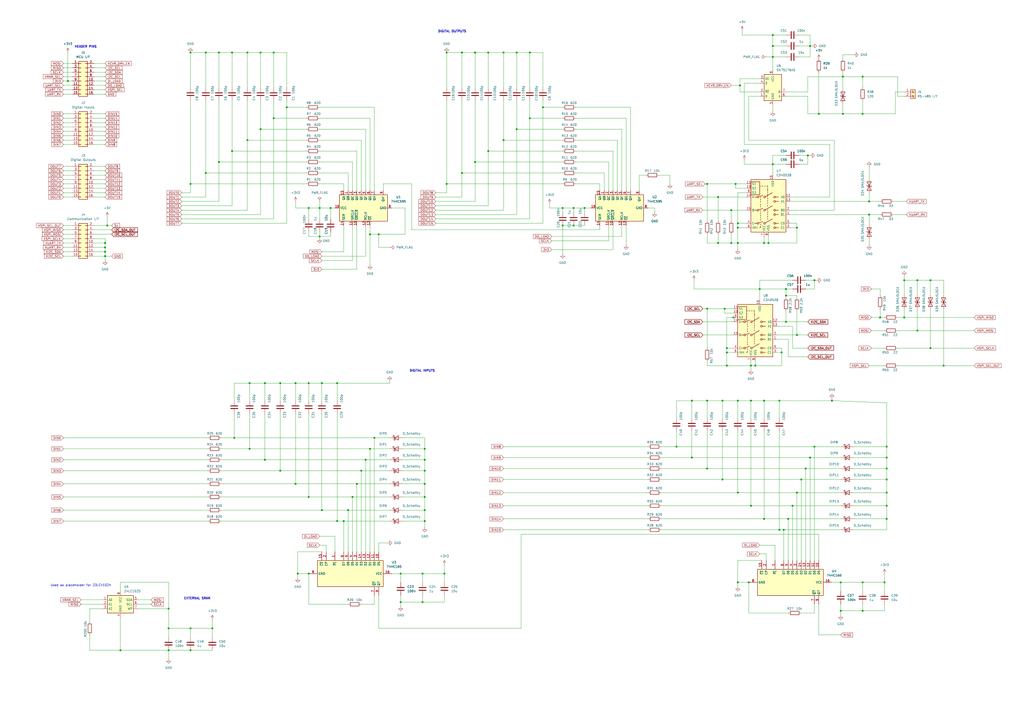
<source format=kicad_sch>
(kicad_sch (version 20211123) (generator eeschema)
  (paper "A2")
  (junction (at 410.21 179.07))
  (junction (at 487.68 337.82))
  (junction (at 110.49 30.48))
  (junction (at 410.21 106.68))
  (junction (at 469.9 26.67))
  (junction (at 60.96 143.51))
  (junction (at 452.12 232.41))
  (junction (at 151.13 30.48))
  (junction (at 186.69 222.25))
  (junction (at 457.2 300.99))
  (junction (at 246.38 295.91))
  (junction (at 143.51 81.28))
  (junction (at 257.81 332.74))
  (junction (at 39.37 46.99))
  (junction (at 217.17 254))
  (junction (at 468.63 90.17))
  (junction (at 166.37 62.23))
  (junction (at 110.49 377.19))
  (junction (at 455.93 186.69))
  (junction (at 232.41 349.25))
  (junction (at 179.07 332.74))
  (junction (at 434.34 337.82))
  (junction (at 472.44 259.08))
  (junction (at 416.56 140.97))
  (junction (at 532.13 162.56))
  (junction (at 60.96 148.59))
  (junction (at 462.28 194.31))
  (junction (at 504.19 124.46))
  (junction (at 513.08 337.82))
  (junction (at 299.72 30.48))
  (junction (at 97.79 364.49))
  (junction (at 185.42 120.65))
  (junction (at 448.31 33.02))
  (junction (at 162.56 273.05))
  (junction (at 214.63 260.35))
  (junction (at 292.1 30.48))
  (junction (at 144.78 260.35))
  (junction (at 186.69 295.91))
  (junction (at 539.75 162.56))
  (junction (at 514.35 259.08))
  (junction (at 454.66 307.34))
  (junction (at 488.95 66.04))
  (junction (at 307.34 30.48))
  (junction (at 419.1 278.13))
  (junction (at 514.35 293.37))
  (junction (at 421.64 204.47))
  (junction (at 143.51 30.48))
  (junction (at 246.38 280.67))
  (junction (at 539.75 201.93))
  (junction (at 419.1 232.41))
  (junction (at 339.09 120.65))
  (junction (at 259.08 30.48))
  (junction (at 69.85 377.19))
  (junction (at 514.35 300.99))
  (junction (at 401.32 265.43))
  (junction (at 500.38 354.33))
  (junction (at 455.93 167.64))
  (junction (at 514.35 278.13))
  (junction (at 425.45 184.15))
  (junction (at 185.42 137.16))
  (junction (at 416.56 114.3))
  (junction (at 191.77 120.65))
  (junction (at 179.07 120.65))
  (junction (at 500.38 337.82))
  (junction (at 424.18 140.97))
  (junction (at 207.01 280.67))
  (junction (at 467.36 271.78))
  (junction (at 267.97 30.48))
  (junction (at 469.9 265.43))
  (junction (at 283.21 87.63))
  (junction (at 500.38 44.45))
  (junction (at 424.18 121.92))
  (junction (at 443.23 232.41))
  (junction (at 438.15 212.09))
  (junction (at 547.37 212.09))
  (junction (at 464.82 278.13))
  (junction (at 171.45 222.25))
  (junction (at 462.28 285.75))
  (junction (at 246.38 266.7))
  (junction (at 435.61 293.37))
  (junction (at 326.39 120.65))
  (junction (at 392.43 259.08))
  (junction (at 267.97 100.33))
  (junction (at 232.41 332.74))
  (junction (at 97.79 377.19))
  (junction (at 110.49 106.68))
  (junction (at 459.74 293.37))
  (junction (at 510.54 184.15))
  (junction (at 199.39 302.26))
  (junction (at 153.67 266.7))
  (junction (at 440.69 167.64))
  (junction (at 307.34 68.58))
  (junction (at 246.38 260.35))
  (junction (at 275.59 93.98))
  (junction (at 204.47 288.29))
  (junction (at 427.99 285.75))
  (junction (at 179.07 288.29))
  (junction (at 427.99 232.41))
  (junction (at 504.19 116.84))
  (junction (at 452.12 307.34))
  (junction (at 448.31 95.25))
  (junction (at 119.38 100.33))
  (junction (at 482.6 232.41))
  (junction (at 435.61 232.41))
  (junction (at 153.67 222.25))
  (junction (at 195.58 222.25))
  (junction (at 332.74 130.81))
  (junction (at 448.31 26.67))
  (junction (at 292.1 81.28))
  (junction (at 448.31 20.32))
  (junction (at 119.38 30.48))
  (junction (at 134.62 30.48))
  (junction (at 259.08 106.68))
  (junction (at 435.61 212.09))
  (junction (at 488.95 44.45))
  (junction (at 443.23 300.99))
  (junction (at 426.72 106.68))
  (junction (at 474.98 66.04))
  (junction (at 123.19 364.49))
  (junction (at 455.93 171.45))
  (junction (at 283.21 30.48))
  (junction (at 144.78 222.25))
  (junction (at 429.26 49.53))
  (junction (at 172.72 332.74))
  (junction (at 326.39 130.81))
  (junction (at 110.49 364.49))
  (junction (at 314.96 62.23))
  (junction (at 427.99 132.08))
  (junction (at 299.72 74.93))
  (junction (at 514.35 265.43))
  (junction (at 179.07 222.25))
  (junction (at 427.99 140.97))
  (junction (at 162.56 222.25))
  (junction (at 421.64 201.93))
  (junction (at 60.96 146.05))
  (junction (at 195.58 302.26))
  (junction (at 401.32 232.41))
  (junction (at 246.38 288.29))
  (junction (at 97.79 353.06))
  (junction (at 151.13 74.93))
  (junction (at 445.77 140.97))
  (junction (at 246.38 302.26))
  (junction (at 127 93.98))
  (junction (at 427.99 129.54))
  (junction (at 158.75 30.48))
  (junction (at 275.59 30.48))
  (junction (at 158.75 68.58))
  (junction (at 332.74 120.65))
  (junction (at 246.38 273.05))
  (junction (at 487.68 354.33))
  (junction (at 62.23 130.81))
  (junction (at 443.23 140.97))
  (junction (at 245.11 332.74))
  (junction (at 214.63 135.89))
  (junction (at 212.09 266.7))
  (junction (at 134.62 87.63))
  (junction (at 427.99 337.82))
  (junction (at 524.51 184.15))
  (junction (at 462.28 132.08))
  (junction (at 453.39 204.47))
  (junction (at 421.64 212.09))
  (junction (at 245.11 349.25))
  (junction (at 209.55 273.05))
  (junction (at 60.96 140.97))
  (junction (at 171.45 280.67))
  (junction (at 472.44 162.56))
  (junction (at 201.93 295.91))
  (junction (at 219.71 135.89))
  (junction (at 524.51 162.56))
  (junction (at 410.21 232.41))
  (junction (at 127 30.48))
  (junction (at 410.21 271.78))
  (junction (at 532.13 191.77))
  (junction (at 514.35 271.78))
  (junction (at 420.37 179.07))
  (junction (at 135.89 254))
  (junction (at 500.38 66.04))
  (junction (at 514.35 285.75))
  (wire (pts (xy 123.19 364.49) (xy 123.19 369.57)))
  (wire (pts (xy 292.1 259.08) (xy 375.92 259.08)))
  (wire (pts (xy 52.07 377.19) (xy 69.85 377.19)))
  (wire (pts (xy 510.54 184.15) (xy 513.08 184.15)))
  (wire (pts (xy 54.61 39.37) (xy 60.96 39.37)))
  (wire (pts (xy 464.82 325.12) (xy 464.82 278.13)))
  (wire (pts (xy 462.28 129.54) (xy 462.28 132.08)))
  (wire (pts (xy 474.98 66.04) (xy 488.95 66.04)))
  (wire (pts (xy 370.84 101.6) (xy 370.84 110.49)))
  (wire (pts (xy 500.38 350.52) (xy 500.38 354.33)))
  (wire (pts (xy 547.37 162.56) (xy 539.75 162.56)))
  (wire (pts (xy 426.72 106.68) (xy 433.07 106.68)))
  (wire (pts (xy 468.63 95.25) (xy 468.63 90.17)))
  (wire (pts (xy 292.1 307.34) (xy 375.92 307.34)))
  (wire (pts (xy 54.61 111.76) (xy 60.96 111.76)))
  (wire (pts (xy 430.53 17.78) (xy 430.53 20.32)))
  (wire (pts (xy 455.93 186.69) (xy 468.63 186.69)))
  (wire (pts (xy 363.22 130.81) (xy 363.22 142.24)))
  (wire (pts (xy 449.58 325.12) (xy 449.58 316.23)))
  (wire (pts (xy 410.21 271.78) (xy 467.36 271.78)))
  (wire (pts (xy 219.71 143.51) (xy 219.71 135.89)))
  (wire (pts (xy 459.74 162.56) (xy 440.69 162.56)))
  (wire (pts (xy 458.47 121.92) (xy 483.87 121.92)))
  (wire (pts (xy 299.72 30.48) (xy 299.72 50.8)))
  (wire (pts (xy 199.39 130.81) (xy 199.39 146.05)))
  (wire (pts (xy 462.28 140.97) (xy 445.77 140.97)))
  (wire (pts (xy 54.61 140.97) (xy 60.96 140.97)))
  (wire (pts (xy 474.98 309.88) (xy 474.98 325.12)))
  (wire (pts (xy 524.51 179.07) (xy 524.51 184.15)))
  (wire (pts (xy 36.83 36.83) (xy 41.91 36.83)))
  (wire (pts (xy 252.73 124.46) (xy 299.72 124.46)))
  (wire (pts (xy 424.18 49.53) (xy 429.26 49.53)))
  (wire (pts (xy 226.06 143.51) (xy 219.71 143.51)))
  (wire (pts (xy 185.42 120.65) (xy 191.77 120.65)))
  (wire (pts (xy 123.19 359.41) (xy 123.19 364.49)))
  (wire (pts (xy 402.59 167.64) (xy 440.69 167.64)))
  (wire (pts (xy 505.46 191.77) (xy 513.08 191.77)))
  (wire (pts (xy 259.08 111.76) (xy 259.08 106.68)))
  (wire (pts (xy 292.1 30.48) (xy 292.1 50.8)))
  (wire (pts (xy 510.54 167.64) (xy 505.46 167.64)))
  (wire (pts (xy 219.71 345.44) (xy 219.71 364.49)))
  (wire (pts (xy 214.63 68.58) (xy 185.42 68.58)))
  (wire (pts (xy 36.83 138.43) (xy 41.91 138.43)))
  (wire (pts (xy 474.98 41.91) (xy 474.98 66.04)))
  (wire (pts (xy 179.07 232.41) (xy 179.07 222.25)))
  (wire (pts (xy 434.34 337.82) (xy 427.99 337.82)))
  (wire (pts (xy 355.6 87.63) (xy 334.01 87.63)))
  (wire (pts (xy 459.74 189.23) (xy 450.85 189.23)))
  (wire (pts (xy 36.83 78.74) (xy 41.91 78.74)))
  (wire (pts (xy 514.35 265.43) (xy 514.35 259.08)))
  (wire (pts (xy 455.93 167.64) (xy 455.93 171.45)))
  (wire (pts (xy 363.22 68.58) (xy 334.01 68.58)))
  (wire (pts (xy 420.37 181.61) (xy 420.37 179.07)))
  (wire (pts (xy 448.31 26.67) (xy 448.31 20.32)))
  (wire (pts (xy 332.74 130.81) (xy 339.09 130.81)))
  (wire (pts (xy 199.39 110.49) (xy 199.39 106.68)))
  (wire (pts (xy 214.63 135.89) (xy 214.63 153.67)))
  (wire (pts (xy 314.96 58.42) (xy 314.96 62.23)))
  (wire (pts (xy 246.38 266.7) (xy 246.38 273.05)))
  (wire (pts (xy 39.37 46.99) (xy 41.91 46.99)))
  (wire (pts (xy 195.58 222.25) (xy 226.06 222.25)))
  (wire (pts (xy 332.74 120.65) (xy 332.74 123.19)))
  (wire (pts (xy 458.47 129.54) (xy 462.28 129.54)))
  (wire (pts (xy 217.17 254) (xy 226.06 254)))
  (wire (pts (xy 54.61 143.51) (xy 60.96 143.51)))
  (wire (pts (xy 383.54 307.34) (xy 452.12 307.34)))
  (wire (pts (xy 267.97 114.3) (xy 267.97 100.33)))
  (wire (pts (xy 275.59 58.42) (xy 275.59 93.98)))
  (wire (pts (xy 36.83 46.99) (xy 39.37 46.99)))
  (wire (pts (xy 153.67 266.7) (xy 212.09 266.7)))
  (wire (pts (xy 110.49 58.42) (xy 110.49 106.68)))
  (wire (pts (xy 472.44 355.6) (xy 472.44 350.52)))
  (wire (pts (xy 217.17 62.23) (xy 185.42 62.23)))
  (wire (pts (xy 326.39 62.23) (xy 314.96 62.23)))
  (wire (pts (xy 463.55 26.67) (xy 469.9 26.67)))
  (wire (pts (xy 252.73 114.3) (xy 267.97 114.3)))
  (wire (pts (xy 36.83 99.06) (xy 41.91 99.06)))
  (wire (pts (xy 54.61 135.89) (xy 64.77 135.89)))
  (wire (pts (xy 379.73 120.65) (xy 379.73 123.19)))
  (wire (pts (xy 514.35 271.78) (xy 514.35 278.13)))
  (wire (pts (xy 36.83 83.82) (xy 41.91 83.82)))
  (wire (pts (xy 463.55 33.02) (xy 469.9 33.02)))
  (wire (pts (xy 36.83 49.53) (xy 41.91 49.53)))
  (wire (pts (xy 452.12 307.34) (xy 454.66 307.34)))
  (wire (pts (xy 448.31 20.32) (xy 455.93 20.32)))
  (wire (pts (xy 204.47 320.04) (xy 204.47 288.29)))
  (wire (pts (xy 191.77 120.65) (xy 191.77 127)))
  (wire (pts (xy 326.39 120.65) (xy 326.39 123.19)))
  (wire (pts (xy 119.38 30.48) (xy 110.49 30.48)))
  (wire (pts (xy 433.07 129.54) (xy 427.99 129.54)))
  (wire (pts (xy 191.77 134.62) (xy 191.77 137.16)))
  (wire (pts (xy 186.69 151.13) (xy 204.47 151.13)))
  (wire (pts (xy 144.78 240.03) (xy 144.78 260.35)))
  (wire (pts (xy 207.01 280.67) (xy 226.06 280.67)))
  (wire (pts (xy 500.38 66.04) (xy 488.95 66.04)))
  (wire (pts (xy 445.77 137.16) (xy 445.77 140.97)))
  (wire (pts (xy 54.61 130.81) (xy 62.23 130.81)))
  (wire (pts (xy 455.93 90.17) (xy 448.31 90.17)))
  (wire (pts (xy 307.34 127) (xy 307.34 68.58)))
  (wire (pts (xy 416.56 140.97) (xy 424.18 140.97)))
  (wire (pts (xy 429.26 45.72) (xy 429.26 49.53)))
  (wire (pts (xy 54.61 71.12) (xy 60.96 71.12)))
  (wire (pts (xy 383.54 278.13) (xy 419.1 278.13)))
  (wire (pts (xy 500.38 44.45) (xy 520.7 44.45)))
  (wire (pts (xy 97.79 337.82) (xy 97.79 353.06)))
  (wire (pts (xy 468.63 53.34) (xy 468.63 44.45)))
  (wire (pts (xy 105.41 129.54) (xy 166.37 129.54)))
  (wire (pts (xy 267.97 58.42) (xy 267.97 100.33)))
  (wire (pts (xy 504.19 212.09) (xy 513.08 212.09)))
  (wire (pts (xy 299.72 30.48) (xy 292.1 30.48)))
  (wire (pts (xy 207.01 320.04) (xy 207.01 280.67)))
  (wire (pts (xy 462.28 132.08) (xy 462.28 140.97)))
  (wire (pts (xy 179.07 120.65) (xy 179.07 127)))
  (wire (pts (xy 468.63 44.45) (xy 488.95 44.45)))
  (wire (pts (xy 495.3 285.75) (xy 514.35 285.75)))
  (wire (pts (xy 392.43 259.08) (xy 472.44 259.08)))
  (wire (pts (xy 185.42 137.16) (xy 185.42 138.43)))
  (wire (pts (xy 299.72 74.93) (xy 326.39 74.93)))
  (wire (pts (xy 110.49 106.68) (xy 177.8 106.68)))
  (wire (pts (xy 459.74 201.93) (xy 459.74 189.23)))
  (wire (pts (xy 219.71 364.49) (xy 302.26 364.49)))
  (wire (pts (xy 458.47 114.3) (xy 481.33 114.3)))
  (wire (pts (xy 504.19 138.43) (xy 504.19 142.24)))
  (wire (pts (xy 299.72 58.42) (xy 299.72 74.93)))
  (wire (pts (xy 539.75 179.07) (xy 539.75 201.93)))
  (wire (pts (xy 500.38 337.82) (xy 500.38 342.9)))
  (wire (pts (xy 360.68 110.49) (xy 360.68 74.93)))
  (wire (pts (xy 431.8 83.82) (xy 431.8 48.26)))
  (wire (pts (xy 539.75 201.93) (xy 565.15 201.93)))
  (wire (pts (xy 36.83 44.45) (xy 41.91 44.45)))
  (wire (pts (xy 514.35 278.13) (xy 514.35 285.75)))
  (wire (pts (xy 410.21 179.07) (xy 410.21 201.93)))
  (wire (pts (xy 209.55 81.28) (xy 185.42 81.28)))
  (wire (pts (xy 424.18 140.97) (xy 427.99 140.97)))
  (wire (pts (xy 472.44 325.12) (xy 472.44 259.08)))
  (wire (pts (xy 166.37 50.8) (xy 166.37 30.48)))
  (wire (pts (xy 54.61 44.45) (xy 60.96 44.45)))
  (wire (pts (xy 383.54 265.43) (xy 401.32 265.43)))
  (wire (pts (xy 363.22 110.49) (xy 363.22 68.58)))
  (wire (pts (xy 36.83 68.58) (xy 41.91 68.58)))
  (wire (pts (xy 318.77 118.11) (xy 318.77 120.65)))
  (wire (pts (xy 119.38 100.33) (xy 177.8 100.33)))
  (wire (pts (xy 462.28 285.75) (xy 487.68 285.75)))
  (wire (pts (xy 532.13 162.56) (xy 524.51 162.56)))
  (wire (pts (xy 392.43 250.19) (xy 392.43 259.08)))
  (wire (pts (xy 448.31 40.64) (xy 448.31 33.02)))
  (wire (pts (xy 52.07 353.06) (xy 59.69 353.06)))
  (wire (pts (xy 520.7 184.15) (xy 524.51 184.15)))
  (wire (pts (xy 36.83 111.76) (xy 41.91 111.76)))
  (wire (pts (xy 487.68 368.3) (xy 474.98 368.3)))
  (wire (pts (xy 518.16 116.84) (xy 525.78 116.84)))
  (wire (pts (xy 36.83 140.97) (xy 41.91 140.97)))
  (wire (pts (xy 54.61 46.99) (xy 60.96 46.99)))
  (wire (pts (xy 217.17 320.04) (xy 217.17 254)))
  (wire (pts (xy 468.63 201.93) (xy 459.74 201.93)))
  (wire (pts (xy 54.61 73.66) (xy 60.96 73.66)))
  (wire (pts (xy 458.47 124.46) (xy 504.19 124.46)))
  (wire (pts (xy 36.83 288.29) (xy 120.65 288.29)))
  (wire (pts (xy 158.75 30.48) (xy 158.75 50.8)))
  (wire (pts (xy 153.67 232.41) (xy 153.67 222.25)))
  (wire (pts (xy 135.89 254) (xy 217.17 254)))
  (wire (pts (xy 127 93.98) (xy 177.8 93.98)))
  (wire (pts (xy 128.27 260.35) (xy 144.78 260.35)))
  (wire (pts (xy 257.81 345.44) (xy 257.81 349.25)))
  (wire (pts (xy 374.65 101.6) (xy 370.84 101.6)))
  (wire (pts (xy 416.56 114.3) (xy 433.07 114.3)))
  (wire (pts (xy 520.7 55.88) (xy 520.7 44.45)))
  (wire (pts (xy 444.5 33.02) (xy 448.31 33.02)))
  (wire (pts (xy 54.61 104.14) (xy 60.96 104.14)))
  (wire (pts (xy 246.38 260.35) (xy 246.38 266.7)))
  (wire (pts (xy 233.68 266.7) (xy 246.38 266.7)))
  (wire (pts (xy 457.2 207.01) (xy 468.63 207.01)))
  (wire (pts (xy 186.69 320.04) (xy 172.72 320.04)))
  (wire (pts (xy 207.01 110.49) (xy 207.01 87.63)))
  (wire (pts (xy 434.34 355.6) (xy 434.34 337.82)))
  (wire (pts (xy 179.07 350.52) (xy 179.07 332.74)))
  (wire (pts (xy 504.19 124.46) (xy 510.54 124.46)))
  (wire (pts (xy 419.1 250.19) (xy 419.1 278.13)))
  (wire (pts (xy 54.61 138.43) (xy 60.96 138.43)))
  (wire (pts (xy 36.83 106.68) (xy 41.91 106.68)))
  (wire (pts (xy 105.41 116.84) (xy 127 116.84)))
  (wire (pts (xy 212.09 130.81) (xy 212.09 148.59)))
  (wire (pts (xy 495.3 271.78) (xy 514.35 271.78)))
  (wire (pts (xy 191.77 137.16) (xy 185.42 137.16)))
  (wire (pts (xy 134.62 30.48) (xy 127 30.48)))
  (wire (pts (xy 450.85 204.47) (xy 453.39 204.47)))
  (wire (pts (xy 204.47 110.49) (xy 204.47 93.98)))
  (wire (pts (xy 36.83 52.07) (xy 41.91 52.07)))
  (wire (pts (xy 427.99 132.08) (xy 433.07 132.08)))
  (wire (pts (xy 430.53 20.32) (xy 448.31 20.32)))
  (wire (pts (xy 267.97 50.8) (xy 267.97 30.48)))
  (wire (pts (xy 500.38 50.8) (xy 500.38 44.45)))
  (wire (pts (xy 36.83 146.05) (xy 41.91 146.05)))
  (wire (pts (xy 469.9 26.67) (xy 471.17 26.67)))
  (wire (pts (xy 431.8 95.25) (xy 448.31 95.25)))
  (wire (pts (xy 195.58 232.41) (xy 195.58 222.25)))
  (wire (pts (xy 292.1 300.99) (xy 375.92 300.99)))
  (wire (pts (xy 179.07 134.62) (xy 179.07 137.16)))
  (wire (pts (xy 487.68 337.82) (xy 500.38 337.82)))
  (wire (pts (xy 233.68 254) (xy 246.38 254)))
  (wire (pts (xy 443.23 232.41) (xy 452.12 232.41)))
  (wire (pts (xy 421.64 204.47) (xy 421.64 212.09)))
  (wire (pts (xy 119.38 50.8) (xy 119.38 30.48)))
  (wire (pts (xy 97.79 377.19) (xy 97.79 382.27)))
  (wire (pts (xy 463.55 20.32) (xy 469.9 20.32)))
  (wire (pts (xy 179.07 137.16) (xy 185.42 137.16)))
  (wire (pts (xy 283.21 30.48) (xy 275.59 30.48)))
  (wire (pts (xy 267.97 100.33) (xy 326.39 100.33)))
  (wire (pts (xy 36.83 71.12) (xy 41.91 71.12)))
  (wire (pts (xy 392.43 242.57) (xy 392.43 232.41)))
  (wire (pts (xy 469.9 325.12) (xy 469.9 265.43)))
  (wire (pts (xy 143.51 30.48) (xy 143.51 50.8)))
  (wire (pts (xy 151.13 58.42) (xy 151.13 74.93)))
  (wire (pts (xy 353.06 139.7) (xy 353.06 130.81)))
  (wire (pts (xy 134.62 58.42) (xy 134.62 87.63)))
  (wire (pts (xy 495.3 293.37) (xy 514.35 293.37)))
  (wire (pts (xy 500.38 58.42) (xy 500.38 66.04)))
  (wire (pts (xy 209.55 350.52) (xy 217.17 350.52)))
  (wire (pts (xy 127 50.8) (xy 127 30.48)))
  (wire (pts (xy 392.43 232.41) (xy 401.32 232.41)))
  (wire (pts (xy 448.31 60.96) (xy 448.31 64.77)))
  (wire (pts (xy 424.18 135.89) (xy 424.18 140.97)))
  (wire (pts (xy 464.82 278.13) (xy 487.68 278.13)))
  (wire (pts (xy 46.99 347.98) (xy 59.69 347.98)))
  (wire (pts (xy 482.6 231.14) (xy 482.6 232.41)))
  (wire (pts (xy 62.23 125.73) (xy 62.23 130.81)))
  (wire (pts (xy 201.93 100.33) (xy 185.42 100.33)))
  (wire (pts (xy 454.66 325.12) (xy 454.66 307.34)))
  (wire (pts (xy 350.52 100.33) (xy 334.01 100.33)))
  (wire (pts (xy 488.95 44.45) (xy 488.95 52.07)))
  (wire (pts (xy 514.35 307.34) (xy 514.35 300.99)))
  (wire (pts (xy 326.39 130.81) (xy 332.74 130.81)))
  (wire (pts (xy 222.25 106.68) (xy 238.76 106.68)))
  (wire (pts (xy 54.61 54.61) (xy 60.96 54.61)))
  (wire (pts (xy 171.45 120.65) (xy 179.07 120.65)))
  (wire (pts (xy 128.27 288.29) (xy 179.07 288.29)))
  (wire (pts (xy 375.92 120.65) (xy 379.73 120.65)))
  (wire (pts (xy 283.21 58.42) (xy 283.21 87.63)))
  (wire (pts (xy 360.68 74.93) (xy 334.01 74.93)))
  (wire (pts (xy 427.99 242.57) (xy 427.99 232.41)))
  (wire (pts (xy 448.31 33.02) (xy 448.31 26.67)))
  (wire (pts (xy 488.95 31.75) (xy 488.95 34.29)))
  (wire (pts (xy 441.96 325.12) (xy 427.99 325.12)))
  (wire (pts (xy 459.74 293.37) (xy 487.68 293.37)))
  (wire (pts (xy 455.93 55.88) (xy 468.63 55.88)))
  (wire (pts (xy 443.23 300.99) (xy 457.2 300.99)))
  (wire (pts (xy 214.63 130.81) (xy 214.63 135.89)))
  (wire (pts (xy 292.1 271.78) (xy 375.92 271.78)))
  (wire (pts (xy 162.56 273.05) (xy 209.55 273.05)))
  (wire (pts (xy 171.45 222.25) (xy 179.07 222.25)))
  (wire (pts (xy 217.17 110.49) (xy 217.17 62.23)))
  (wire (pts (xy 488.95 41.91) (xy 488.95 44.45)))
  (wire (pts (xy 440.69 167.64) (xy 440.69 173.99)))
  (wire (pts (xy 500.38 337.82) (xy 513.08 337.82)))
  (wire (pts (xy 135.89 222.25) (xy 144.78 222.25)))
  (wire (pts (xy 128.27 295.91) (xy 186.69 295.91)))
  (wire (pts (xy 431.8 48.26) (xy 440.69 48.26)))
  (wire (pts (xy 143.51 58.42) (xy 143.51 81.28)))
  (wire (pts (xy 410.21 106.68) (xy 426.72 106.68)))
  (wire (pts (xy 472.44 259.08) (xy 487.68 259.08)))
  (wire (pts (xy 36.83 114.3) (xy 41.91 114.3)))
  (wire (pts (xy 487.68 337.82) (xy 487.68 342.9)))
  (wire (pts (xy 36.83 41.91) (xy 41.91 41.91)))
  (wire (pts (xy 360.68 137.16) (xy 320.04 137.16)))
  (wire (pts (xy 443.23 250.19) (xy 443.23 300.99)))
  (wire (pts (xy 513.08 350.52) (xy 513.08 354.33)))
  (wire (pts (xy 410.21 106.68) (xy 410.21 128.27)))
  (wire (pts (xy 524.51 53.34) (xy 519.43 53.34)))
  (wire (pts (xy 185.42 120.65) (xy 185.42 127)))
  (wire (pts (xy 245.11 332.74) (xy 245.11 337.82)))
  (wire (pts (xy 427.99 232.41) (xy 435.61 232.41)))
  (wire (pts (xy 259.08 30.48) (xy 259.08 50.8)))
  (wire (pts (xy 54.61 114.3) (xy 60.96 114.3)))
  (wire (pts (xy 69.85 358.14) (xy 69.85 377.19)))
  (wire (pts (xy 360.68 130.81) (xy 360.68 137.16)))
  (wire (pts (xy 162.56 222.25) (xy 171.45 222.25)))
  (wire (pts (xy 54.61 83.82) (xy 60.96 83.82)))
  (wire (pts (xy 207.01 130.81) (xy 207.01 156.21)))
  (wire (pts (xy 185.42 134.62) (xy 185.42 137.16)))
  (wire (pts (xy 186.69 232.41) (xy 186.69 222.25)))
  (wire (pts (xy 440.69 167.64) (xy 455.93 167.64)))
  (wire (pts (xy 158.75 58.42) (xy 158.75 68.58)))
  (wire (pts (xy 355.6 110.49) (xy 355.6 87.63)))
  (wire (pts (xy 110.49 377.19) (xy 123.19 377.19)))
  (wire (pts (xy 514.35 271.78) (xy 514.35 265.43)))
  (wire (pts (xy 302.26 364.49) (xy 302.26 309.88)))
  (wire (pts (xy 435.61 209.55) (xy 435.61 212.09)))
  (wire (pts (xy 162.56 232.41) (xy 162.56 222.25)))
  (wire (pts (xy 246.38 254) (xy 246.38 260.35)))
  (wire (pts (xy 427.99 250.19) (xy 427.99 285.75)))
  (wire (pts (xy 267.97 30.48) (xy 259.08 30.48)))
  (wire (pts (xy 54.61 96.52) (xy 60.96 96.52)))
  (wire (pts (xy 520.7 212.09) (xy 547.37 212.09)))
  (wire (pts (xy 524.51 162.56) (xy 524.51 171.45)))
  (wire (pts (xy 334.01 106.68) (xy 347.98 106.68)))
  (wire (pts (xy 275.59 50.8) (xy 275.59 30.48)))
  (wire (pts (xy 468.63 66.04) (xy 474.98 66.04)))
  (wire (pts (xy 246.38 273.05) (xy 246.38 280.67)))
  (wire (pts (xy 424.18 121.92) (xy 424.18 128.27)))
  (wire (pts (xy 453.39 204.47) (xy 453.39 212.09)))
  (wire (pts (xy 212.09 266.7) (xy 226.06 266.7)))
  (wire (pts (xy 487.68 354.33) (xy 487.68 356.87)))
  (wire (pts (xy 69.85 342.9) (xy 69.85 337.82)))
  (wire (pts (xy 36.83 133.35) (xy 41.91 133.35)))
  (wire (pts (xy 302.26 309.88) (xy 474.98 309.88)))
  (wire (pts (xy 402.59 162.56) (xy 402.59 167.64)))
  (wire (pts (xy 60.96 143.51) (xy 60.96 146.05)))
  (wire (pts (xy 495.3 259.08) (xy 514.35 259.08)))
  (wire (pts (xy 179.07 120.65) (xy 185.42 120.65)))
  (wire (pts (xy 524.51 160.02) (xy 524.51 162.56)))
  (wire (pts (xy 383.54 285.75) (xy 427.99 285.75)))
  (wire (pts (xy 246.38 302.26) (xy 246.38 306.07)))
  (wire (pts (xy 36.83 273.05) (xy 120.65 273.05)))
  (wire (pts (xy 69.85 337.82) (xy 97.79 337.82)))
  (wire (pts (xy 214.63 320.04) (xy 214.63 260.35)))
  (wire (pts (xy 425.45 201.93) (xy 421.64 201.93)))
  (wire (pts (xy 472.44 162.56) (xy 473.71 162.56)))
  (wire (pts (xy 514.35 293.37) (xy 514.35 300.99)))
  (wire (pts (xy 151.13 30.48) (xy 151.13 50.8)))
  (wire (pts (xy 226.06 220.98) (xy 226.06 222.25)))
  (wire (pts (xy 52.07 360.68) (xy 52.07 353.06)))
  (wire (pts (xy 171.45 232.41) (xy 171.45 222.25)))
  (wire (pts (xy 245.11 349.25) (xy 232.41 349.25)))
  (wire (pts (xy 233.68 295.91) (xy 246.38 295.91)))
  (wire (pts (xy 54.61 101.6) (xy 60.96 101.6)))
  (wire (pts (xy 457.2 300.99) (xy 487.68 300.99)))
  (wire (pts (xy 252.73 111.76) (xy 259.08 111.76)))
  (wire (pts (xy 201.93 350.52) (xy 179.07 350.52)))
  (wire (pts (xy 252.73 116.84) (xy 275.59 116.84)))
  (wire (pts (xy 307.34 30.48) (xy 299.72 30.48)))
  (wire (pts (xy 177.8 62.23) (xy 166.37 62.23)))
  (wire (pts (xy 158.75 68.58) (xy 177.8 68.58)))
  (wire (pts (xy 435.61 250.19) (xy 435.61 293.37)))
  (wire (pts (xy 36.83 96.52) (xy 41.91 96.52)))
  (wire (pts (xy 52.07 368.3) (xy 52.07 377.19)))
  (wire (pts (xy 326.39 120.65) (xy 332.74 120.65)))
  (wire (pts (xy 209.55 110.49) (xy 209.55 81.28)))
  (wire (pts (xy 482.6 232.41) (xy 514.35 233.68)))
  (wire (pts (xy 252.73 129.54) (xy 314.96 129.54)))
  (wire (pts (xy 429.26 49.53) (xy 429.26 53.34)))
  (wire (pts (xy 292.1 30.48) (xy 283.21 30.48)))
  (wire (pts (xy 455.93 171.45) (xy 455.93 172.72)))
  (wire (pts (xy 455.93 167.64) (xy 459.74 167.64)))
  (wire (pts (xy 105.41 114.3) (xy 119.38 114.3)))
  (wire (pts (xy 410.21 140.97) (xy 416.56 140.97)))
  (wire (pts (xy 513.08 332.74) (xy 513.08 337.82)))
  (wire (pts (xy 166.37 62.23) (xy 166.37 58.42)))
  (wire (pts (xy 427.99 140.97) (xy 427.99 144.78)))
  (wire (pts (xy 153.67 240.03) (xy 153.67 266.7)))
  (wire (pts (xy 425.45 204.47) (xy 421.64 204.47)))
  (wire (pts (xy 434.34 55.88) (xy 440.69 55.88)))
  (wire (pts (xy 421.64 201.93) (xy 421.64 204.47)))
  (wire (pts (xy 462.28 171.45) (xy 455.93 171.45)))
  (wire (pts (xy 204.47 130.81) (xy 204.47 151.13)))
  (wire (pts (xy 547.37 212.09) (xy 565.15 212.09)))
  (wire (pts (xy 207.01 87.63) (xy 185.42 87.63)))
  (wire (pts (xy 487.68 350.52) (xy 487.68 354.33)))
  (wire (pts (xy 424.18 121.92) (xy 433.07 121.92)))
  (wire (pts (xy 419.1 232.41) (xy 427.99 232.41)))
  (wire (pts (xy 407.67 114.3) (xy 416.56 114.3)))
  (wire (pts (xy 110.49 364.49) (xy 123.19 364.49)))
  (wire (pts (xy 153.67 222.25) (xy 162.56 222.25)))
  (wire (pts (xy 425.45 184.15) (xy 421.64 184.15)))
  (wire (pts (xy 401.32 242.57) (xy 401.32 232.41)))
  (wire (pts (xy 69.85 377.19) (xy 97.79 377.19)))
  (wire (pts (xy 212.09 148.59) (xy 186.69 148.59)))
  (wire (pts (xy 429.26 53.34) (xy 440.69 53.34)))
  (wire (pts (xy 54.61 49.53) (xy 60.96 49.53)))
  (wire (pts (xy 36.83 66.04) (xy 41.91 66.04)))
  (wire (pts (xy 419.1 278.13) (xy 464.82 278.13)))
  (wire (pts (xy 355.6 144.78) (xy 320.04 144.78)))
  (wire (pts (xy 246.38 302.26) (xy 233.68 302.26)))
  (wire (pts (xy 307.34 58.42) (xy 307.34 68.58)))
  (wire (pts (xy 500.38 354.33) (xy 487.68 354.33)))
  (wire (pts (xy 443.23 242.57) (xy 443.23 232.41)))
  (wire (pts (xy 292.1 278.13) (xy 375.92 278.13)))
  (wire (pts (xy 524.51 184.15) (xy 565.15 184.15)))
  (wire (pts (xy 427.99 132.08) (xy 427.99 140.97)))
  (wire (pts (xy 179.07 240.03) (xy 179.07 288.29)))
  (wire (pts (xy 105.41 119.38) (xy 134.62 119.38)))
  (wire (pts (xy 459.74 325.12) (xy 459.74 293.37)))
  (wire (pts (xy 416.56 114.3) (xy 416.56 128.27)))
  (wire (pts (xy 36.83 76.2) (xy 41.91 76.2)))
  (wire (pts (xy 36.83 260.35) (xy 120.65 260.35)))
  (wire (pts (xy 547.37 171.45) (xy 547.37 162.56)))
  (wire (pts (xy 513.08 354.33) (xy 500.38 354.33)))
  (wire (pts (xy 488.95 66.04) (xy 488.95 59.69)))
  (wire (pts (xy 54.61 76.2) (xy 60.96 76.2)))
  (wire (pts (xy 135.89 240.03) (xy 135.89 254)))
  (wire (pts (xy 194.31 320.04) (xy 194.31 311.15)))
  (wire (pts (xy 54.61 133.35) (xy 64.77 133.35)))
  (wire (pts (xy 307.34 30.48) (xy 314.96 30.48)))
  (wire (pts (xy 232.41 349.25) (xy 232.41 351.79)))
  (wire (pts (xy 520.7 201.93) (xy 539.75 201.93)))
  (wire (pts (xy 401.32 265.43) (xy 469.9 265.43)))
  (wire (pts (xy 80.01 347.98) (xy 87.63 347.98)))
  (wire (pts (xy 119.38 58.42) (xy 119.38 100.33)))
  (wire (pts (xy 518.16 124.46) (xy 525.78 124.46)))
  (wire (pts (xy 217.17 350.52) (xy 217.17 345.44)))
  (wire (pts (xy 54.61 148.59) (xy 60.96 148.59)))
  (wire (pts (xy 514.35 285.75) (xy 514.35 293.37)))
  (wire (pts (xy 233.68 273.05) (xy 246.38 273.05)))
  (wire (pts (xy 410.21 250.19) (xy 410.21 271.78)))
  (wire (pts (xy 54.61 81.28) (xy 60.96 81.28)))
  (wire (pts (xy 212.09 110.49) (xy 212.09 74.93)))
  (wire (pts (xy 407.67 179.07) (xy 410.21 179.07)))
  (wire (pts (xy 448.31 95.25) (xy 455.93 95.25)))
  (wire (pts (xy 467.36 167.64) (xy 472.44 167.64)))
  (wire (pts (xy 60.96 148.59) (xy 60.96 151.13)))
  (wire (pts (xy 440.69 45.72) (xy 429.26 45.72)))
  (wire (pts (xy 105.41 111.76) (xy 110.49 111.76)))
  (wire (pts (xy 172.72 320.04) (xy 172.72 332.74)))
  (wire (pts (xy 36.83 135.89) (xy 41.91 135.89)))
  (wire (pts (xy 457.2 196.85) (xy 457.2 207.01)))
  (wire (pts (xy 416.56 135.89) (xy 416.56 140.97)))
  (wire (pts (xy 195.58 240.03) (xy 195.58 302.26)))
  (wire (pts (xy 431.8 92.71) (xy 431.8 95.25)))
  (wire (pts (xy 252.73 127) (xy 307.34 127)))
  (wire (pts (xy 143.51 121.92) (xy 143.51 81.28)))
  (wire (pts (xy 444.5 321.31) (xy 440.69 321.31)))
  (wire (pts (xy 110.49 30.48) (xy 110.49 50.8)))
  (wire (pts (xy 36.83 295.91) (xy 120.65 295.91)))
  (wire (pts (xy 36.83 302.26) (xy 120.65 302.26)))
  (wire (pts (xy 238.76 133.35) (xy 347.98 133.35)))
  (wire (pts (xy 46.99 350.52) (xy 59.69 350.52)))
  (wire (pts (xy 408.94 106.68) (xy 410.21 106.68)))
  (wire (pts (xy 455.93 53.34) (xy 468.63 53.34)))
  (wire (pts (xy 481.33 114.3) (xy 481.33 83.82)))
  (wire (pts (xy 426.72 184.15) (xy 425.45 184.15)))
  (wire (pts (xy 504.19 124.46) (xy 504.19 130.81)))
  (wire (pts (xy 410.21 209.55) (xy 410.21 212.09)))
  (wire (pts (xy 443.23 140.97) (xy 427.99 140.97)))
  (wire (pts (xy 483.87 121.92) (xy 483.87 81.28)))
  (wire (pts (xy 453.39 201.93) (xy 453.39 204.47)))
  (wire (pts (xy 144.78 260.35) (xy 214.63 260.35)))
  (wire (pts (xy 307.34 68.58) (xy 326.39 68.58)))
  (wire (pts (xy 234.95 120.65) (xy 234.95 135.89)))
  (wire (pts (xy 468.63 90.17) (xy 469.9 90.17)))
  (wire (pts (xy 401.32 250.19) (xy 401.32 265.43)))
  (wire (pts (xy 467.36 271.78) (xy 487.68 271.78)))
  (wire (pts (xy 467.36 162.56) (xy 472.44 162.56)))
  (wire (pts (xy 532.13 179.07) (xy 532.13 191.77)))
  (wire (pts (xy 440.69 162.56) (xy 440.69 167.64)))
  (wire (pts (xy 457.2 355.6) (xy 434.34 355.6)))
  (wire (pts (xy 318.77 120.65) (xy 326.39 120.65)))
  (wire (pts (xy 134.62 87.63) (xy 177.8 87.63)))
  (wire (pts (xy 144.78 232.41) (xy 144.78 222.25)))
  (wire (pts (xy 355.6 130.81) (xy 355.6 144.78)))
  (wire (pts (xy 207.01 156.21) (xy 186.69 156.21)))
  (wire (pts (xy 252.73 119.38) (xy 283.21 119.38)))
  (wire (pts (xy 238.76 106.68) (xy 238.76 133.35)))
  (wire (pts (xy 365.76 62.23) (xy 334.01 62.23)))
  (wire (pts (xy 353.06 110.49) (xy 353.06 93.98)))
  (wire (pts (xy 457.2 325.12) (xy 457.2 300.99)))
  (wire (pts (xy 245.11 345.44) (xy 245.11 349.25)))
  (wire (pts (xy 539.75 171.45) (xy 539.75 162.56)))
  (wire (pts (xy 307.34 30.48) (xy 307.34 50.8)))
  (wire (pts (xy 283.21 119.38) (xy 283.21 87.63)))
  (wire (pts (xy 455.93 186.69) (xy 450.85 186.69)))
  (wire (pts (xy 444.5 325.12) (xy 444.5 321.31)))
  (wire (pts (xy 383.54 300.99) (xy 443.23 300.99)))
  (wire (pts (xy 54.61 106.68) (xy 60.96 106.68)))
  (wire (pts (xy 275.59 93.98) (xy 326.39 93.98)))
  (wire (pts (xy 427.99 325.12) (xy 427.99 337.82)))
  (wire (pts (xy 171.45 116.84) (xy 171.45 120.65)))
  (wire (pts (xy 209.55 273.05) (xy 226.06 273.05)))
  (wire (pts (xy 36.83 280.67) (xy 120.65 280.67)))
  (wire (pts (xy 233.68 288.29) (xy 246.38 288.29)))
  (wire (pts (xy 201.93 295.91) (xy 226.06 295.91)))
  (wire (pts (xy 427.99 337.82) (xy 427.99 340.36)))
  (wire (pts (xy 283.21 30.48) (xy 283.21 50.8)))
  (wire (pts (xy 179.07 288.29) (xy 204.47 288.29)))
  (wire (pts (xy 482.6 337.82) (xy 487.68 337.82)))
  (wire (pts (xy 504.19 111.76) (xy 504.19 116.84)))
  (wire (pts (xy 54.61 52.07) (xy 60.96 52.07)))
  (wire (pts (xy 227.33 120.65) (xy 234.95 120.65)))
  (wire (pts (xy 135.89 232.41) (xy 135.89 222.25)))
  (wire (pts (xy 283.21 87.63) (xy 326.39 87.63)))
  (wire (pts (xy 452.12 250.19) (xy 452.12 307.34)))
  (wire (pts (xy 275.59 93.98) (xy 275.59 116.84)))
  (wire (pts (xy 292.1 265.43) (xy 375.92 265.43)))
  (wire (pts (xy 452.12 232.41) (xy 482.6 232.41)))
  (wire (pts (xy 54.61 109.22) (xy 60.96 109.22)))
  (wire (pts (xy 532.13 171.45) (xy 532.13 162.56)))
  (wire (pts (xy 128.27 302.26) (xy 195.58 302.26)))
  (wire (pts (xy 36.83 81.28) (xy 41.91 81.28)))
  (wire (pts (xy 468.63 55.88) (xy 468.63 66.04)))
  (wire (pts (xy 189.23 320.04) (xy 189.23 316.23)))
  (wire (pts (xy 347.98 110.49) (xy 347.98 106.68)))
  (wire (pts (xy 495.3 31.75) (xy 488.95 31.75)))
  (wire (pts (xy 450.85 196.85) (xy 457.2 196.85)))
  (wire (pts (xy 54.61 146.05) (xy 60.96 146.05)))
  (wire (pts (xy 246.38 288.29) (xy 246.38 295.91)))
  (wire (pts (xy 365.76 110.49) (xy 365.76 62.23)))
  (wire (pts (xy 199.39 146.05) (xy 186.69 146.05)))
  (wire (pts (xy 407.67 194.31) (xy 425.45 194.31)))
  (wire (pts (xy 427.99 285.75) (xy 462.28 285.75)))
  (wire (pts (xy 426.72 109.22) (xy 426.72 106.68)))
  (wire (pts (xy 455.93 180.34) (xy 455.93 186.69)))
  (wire (pts (xy 185.42 106.68) (xy 199.39 106.68)))
  (wire (pts (xy 481.33 83.82) (xy 431.8 83.82)))
  (wire (pts (xy 195.58 302.26) (xy 199.39 302.26)))
  (wire (pts (xy 427.99 111.76) (xy 427.99 129.54)))
  (wire (pts (xy 257.81 349.25) (xy 245.11 349.25)))
  (wire (pts (xy 435.61 242.57) (xy 435.61 232.41)))
  (wire (pts (xy 427.99 129.54) (xy 427.99 132.08)))
  (wire (pts (xy 171.45 240.03) (xy 171.45 280.67)))
  (wire (pts (xy 292.1 121.92) (xy 292.1 81.28)))
  (wire (pts (xy 434.34 81.28) (xy 434.34 55.88)))
  (wire (pts (xy 532.13 191.77) (xy 565.15 191.77)))
  (wire (pts (xy 383.54 271.78) (xy 410.21 271.78)))
  (wire (pts (xy 435.61 212.09) (xy 435.61 214.63)))
  (wire (pts (xy 97.79 377.19) (xy 110.49 377.19)))
  (wire (pts (xy 292.1 293.37) (xy 375.92 293.37)))
  (wire (pts (xy 495.3 278.13) (xy 514.35 278.13)))
  (wire (pts (xy 299.72 124.46) (xy 299.72 74.93)))
  (wire (pts (xy 186.69 240.03) (xy 186.69 295.91)))
  (wire (pts (xy 500.38 44.45) (xy 488.95 44.45)))
  (wire (pts (xy 166.37 129.54) (xy 166.37 62.23)))
  (wire (pts (xy 513.08 337.82) (xy 513.08 342.9)))
  (wire (pts (xy 292.1 58.42) (xy 292.1 81.28)))
  (wire (pts (xy 435.61 232.41) (xy 443.23 232.41)))
  (wire (pts (xy 80.01 350.52) (xy 87.63 350.52)))
  (wire (pts (xy 201.93 110.49) (xy 201.93 100.33)))
  (wire (pts (xy 438.15 212.09) (xy 435.61 212.09)))
  (wire (pts (xy 259.08 106.68) (xy 326.39 106.68)))
  (wire (pts (xy 347.98 130.81) (xy 347.98 133.35)))
  (wire (pts (xy 504.19 96.52) (xy 504.19 104.14)))
  (wire (pts (xy 419.1 242.57) (xy 419.1 232.41)))
  (wire (pts (xy 39.37 30.48) (xy 39.37 46.99)))
  (wire (pts (xy 245.11 332.74) (xy 257.81 332.74)))
  (wire (pts (xy 232.41 345.44) (xy 232.41 349.25)))
  (wire (pts (xy 547.37 179.07) (xy 547.37 212.09)))
  (wire (pts (xy 462.28 172.72) (xy 462.28 171.45)))
  (wire (pts (xy 452.12 242.57) (xy 452.12 232.41)))
  (wire (pts (xy 519.43 66.04) (xy 500.38 66.04)))
  (wire (pts (xy 233.68 260.35) (xy 246.38 260.35)))
  (wire (pts (xy 246.38 295.91) (xy 246.38 302.26)))
  (wire (pts (xy 410.21 135.89) (xy 410.21 140.97)))
  (wire (pts (xy 199.39 320.04) (xy 199.39 302.26)))
  (wire (pts (xy 127 116.84) (xy 127 93.98)))
  (wire (pts (xy 462.28 194.31) (xy 468.63 194.31)))
  (wire (pts (xy 410.21 212.09) (xy 421.64 212.09)))
  (wire (pts (xy 127 58.42) (xy 127 93.98)))
  (wire (pts (xy 214.63 260.35) (xy 226.06 260.35)))
  (wire (pts (xy 462.28 325.12) (xy 462.28 285.75)))
  (wire (pts (xy 425.45 181.61) (xy 420.37 181.61)))
  (wire (pts (xy 233.68 280.67) (xy 246.38 280.67)))
  (wire (pts (xy 504.19 116.84) (xy 510.54 116.84)))
  (wire (pts (xy 36.83 101.6) (xy 41.91 101.6)))
  (wire (pts (xy 505.46 201.93) (xy 513.08 201.93)))
  (wire (pts (xy 438.15 209.55) (xy 438.15 212.09)))
  (wire (pts (xy 110.49 364.49) (xy 110.49 369.57)))
  (wire (pts (xy 119.38 100.33) (xy 119.38 114.3)))
  (wire (pts (xy 448.31 33.02) (xy 455.93 33.02)))
  (wire (pts (xy 358.14 81.28) (xy 334.01 81.28)))
  (wire (pts (xy 510.54 179.07) (xy 510.54 184.15)))
  (wire (pts (xy 62.23 130.81) (xy 64.77 130.81)))
  (wire (pts (xy 97.79 364.49) (xy 97.79 369.57)))
  (wire (pts (xy 410.21 242.57) (xy 410.21 232.41)))
  (wire (pts (xy 454.66 307.34) (xy 487.68 307.34)))
  (wire (pts (xy 54.61 68.58) (xy 60.96 68.58)))
  (wire (pts (xy 326.39 130.81) (xy 326.39 147.32)))
  (wire (pts (xy 458.47 116.84) (xy 504.19 116.84)))
  (wire (pts (xy 448.31 90.17) (xy 448.31 95.25)))
  (wire (pts (xy 36.83 148.59) (xy 41.91 148.59)))
  (wire (pts (xy 158.75 127) (xy 158.75 68.58)))
  (wire (pts (xy 199.39 302.26) (xy 226.06 302.26)))
  (wire (pts (xy 80.01 353.06) (xy 97.79 353.06)))
  (wire (pts (xy 60.96 148.59) (xy 64.77 148.59)))
  (wire (pts (xy 60.96 140.97) (xy 60.96 143.51)))
  (wire (pts (xy 219.71 135.89) (xy 214.63 135.89)))
  (wire (pts (xy 162.56 240.03) (xy 162.56 273.05)))
  (wire (pts (xy 495.3 307.34) (xy 514.35 307.34)))
  (wire (pts (xy 382.27 101.6) (xy 388.62 101.6)))
  (wire (pts (xy 505.46 184.15) (xy 510.54 184.15)))
  (wire (pts (xy 151.13 74.93) (xy 177.8 74.93)))
  (wire (pts (xy 467.36 325.12) (xy 467.36 271.78)))
  (wire (pts (xy 185.42 116.84) (xy 185.42 120.65)))
  (wire (pts (xy 60.96 138.43) (xy 60.96 140.97)))
  (wire (pts (xy 144.78 222.25) (xy 153.67 222.25)))
  (wire (pts (xy 435.61 293.37) (xy 459.74 293.37)))
  (wire (pts (xy 194.31 311.15) (xy 185.42 311.15)))
  (wire (pts (xy 54.61 36.83) (xy 60.96 36.83)))
  (wire (pts (xy 469.9 20.32) (xy 469.9 26.67)))
  (wire (pts (xy 246.38 280.67) (xy 246.38 288.29)))
  (wire (pts (xy 292.1 81.28) (xy 326.39 81.28)))
  (wire (pts (xy 383.54 259.08) (xy 392.43 259.08)))
  (wire (pts (xy 275.59 30.48) (xy 267.97 30.48)))
  (wire (pts (xy 448.31 26.67) (xy 455.93 26.67)))
  (wire (pts (xy 158.75 30.48) (xy 166.37 30.48)))
  (wire (pts (xy 259.08 58.42) (xy 259.08 106.68)))
  (wire (pts (xy 105.41 127) (xy 158.75 127)))
  (wire (pts (xy 464.82 355.6) (xy 472.44 355.6)))
  (wire (pts (xy 257.81 332.74) (xy 257.81 337.82)))
  (wire (pts (xy 54.61 66.04) (xy 60.96 66.04)))
  (wire (pts (xy 128.27 266.7) (xy 153.67 266.7)))
  (wire (pts (xy 189.23 316.23) (xy 185.42 316.23)))
  (wire (pts (xy 204.47 93.98) (xy 185.42 93.98)))
  (wire (pts (xy 463.55 90.17) (xy 468.63 90.17)))
  (wire (pts (xy 292.1 285.75) (xy 375.92 285.75)))
  (wire (pts (xy 151.13 30.48) (xy 143.51 30.48)))
  (wire (pts (xy 60.96 146.05) (xy 60.96 148.59)))
  (wire (pts (xy 462.28 194.31) (xy 450.85 194.31)))
  (wire (pts (xy 358.14 110.49) (xy 358.14 81.28)))
  (wire (pts (xy 172.72 332.74) (xy 172.72 335.28)))
  (wire (pts (xy 134.62 119.38) (xy 134.62 87.63)))
  (wire (pts (xy 448.31 95.25) (xy 448.31 101.6)))
  (wire (pts (xy 388.62 101.6) (xy 388.62 106.68)))
  (wire (pts (xy 105.41 121.92) (xy 143.51 121.92)))
  (wire (pts (xy 433.07 109.22) (xy 426.72 109.22)))
  (wire (pts (xy 54.61 99.06) (xy 60.96 99.06)))
  (wire (pts (xy 232.41 332.74) (xy 232.41 337.82)))
  (wire (pts (xy 257.81 327.66) (xy 257.81 332.74)))
  (wire (pts (xy 36.83 104.14) (xy 41.91 104.14)))
  (wire (pts (xy 449.58 316.23) (xy 440.69 316.23)))
  (wire (pts (xy 36.83 73.66) (xy 41.91 73.66)))
  (wire (pts (xy 201.93 320.04) (xy 201.93 295.91)))
  (wire (pts (xy 212.09 320.04) (xy 212.09 266.7)))
  (wire (pts (xy 36.83 130.81) (xy 41.91 130.81)))
  (wire (pts (xy 232.41 332.74) (xy 245.11 332.74)))
  (wire (pts (xy 410.21 232.41) (xy 419.1 232.41)))
  (wire (pts (xy 191.77 120.65) (xy 194.31 120.65)))
  (wire (pts (xy 350.52 110.49) (xy 350.52 100.33)))
  (wire (pts (xy 97.79 353.06) (xy 97.79 364.49)))
  (wire (pts (xy 179.07 222.25) (xy 186.69 222.25)))
  (wire (pts (xy 128.27 280.67) (xy 171.45 280.67)))
  (wire (pts (xy 332.74 120.65) (xy 339.09 120.65)))
  (wire (pts (xy 458.47 132.08) (xy 462.28 132.08)))
  (wire (pts (xy 252.73 121.92) (xy 292.1 121.92)))
  (wire (pts (xy 36.83 254) (xy 120.65 254)))
  (wire (pts (xy 234.95 135.89) (xy 219.71 135.89)))
  (wire (pts (xy 209.55 320.04) (xy 209.55 273.05)))
  (wire (pts (xy 158.75 30.48) (xy 151.13 30.48)))
  (wire (pts (xy 472.44 167.64) (xy 472.44 162.56)))
  (wire (pts (xy 539.75 162.56) (xy 532.13 162.56)))
  (wire (pts (xy 227.33 332.74) (xy 232.41 332.74)))
  (wire (pts (xy 433.07 111.76) (xy 427.99 111.76)))
  (wire (pts (xy 36.83 39.37) (xy 41.91 39.37)))
  (wire (pts (xy 483.87 81.28) (xy 434.34 81.28)))
  (wire (pts (xy 519.43 53.34) (xy 519.43 66.04)))
  (wire (pts (xy 314.96 62.23) (xy 314.96 129.54)))
  (wire (pts (xy 222.25 110.49) (xy 222.25 106.68)))
  (wire (pts (xy 204.47 288.29) (xy 226.06 288.29)))
  (wire (pts (xy 214.63 110.49) (xy 214.63 68.58)))
  (wire (pts (xy 453.39 212.09) (xy 438.15 212.09)))
  (wire (pts (xy 407.67 121.92) (xy 424.18 121.92)))
  (wire (pts (xy 469.9 265.43) (xy 487.68 265.43)))
  (wire (pts (xy 420.37 179.07) (xy 425.45 179.07)))
  (wire (pts (xy 128.27 254) (xy 135.89 254)))
  (wire (pts (xy 105.41 124.46) (xy 151.13 124.46)))
  (wire (pts (xy 445.77 140.97) (xy 443.23 140.97)))
  (wire (pts (xy 401.32 232.41) (xy 410.21 232.41)))
  (wire (pts (xy 474.98 368.3) (xy 474.98 350.52)))
  (wire (pts (xy 514.35 259.08) (xy 514.35 233.68)))
  (wire (pts (xy 54.61 41.91) (xy 60.96 41.91)))
  (wire (pts (xy 54.61 78.74) (xy 60.96 78.74)))
  (wire (pts (xy 524.51 55.88) (xy 520.7 55.88)))
  (wire (pts (xy 407.67 186.69) (xy 425.45 186.69)))
  (wire (pts (xy 410.21 179.07) (xy 420.37 179.07)))
  (wire (pts (xy 314.96 50.8) (xy 314.96 30.48)))
  (wire (pts (xy 171.45 280.67) (xy 207.01 280.67)))
  (wire (pts (xy 383.54 293.37) (xy 435.61 293.37)))
  (wire (pts (xy 421.64 212.09) (xy 435.61 212.09)))
  (wire (pts (xy 151.13 124.46) (xy 151.13 74.93)))
  (wire (pts (xy 143.51 81.28) (xy 177.8 81.28)))
  (wire (pts (xy 36.83 143.51) (xy 41.91 143.51)))
  (wire (pts (xy 495.3 265.43) (xy 514.35 265.43)))
  (wire (pts (xy 510.54 171.45) (xy 510.54 167.64)))
  (wire (pts (xy 353.06 93.98) (xy 334.01 93.98)))
  (wire (pts (xy 127 30.48) (xy 119.38 30.48)))
  (wire (pts (xy 520.7 191.77) (xy 532.13 191.77)))
  (wire (pts (xy 450.85 201.93) (xy 453.39 201.93)))
  (wire (pts (xy 134.62 30.48) (xy 134.62 50.8)))
  (wire (pts (xy 443.23 137.16) (xy 443.23 140.97)))
  (wire (pts (xy 143.51 30.48) (xy 134.62 30.48)))
  (wire (pts (xy 110.49 111.76) (xy 110.49 106.68)))
  (wire (pts (xy 186.69 295.91) (xy 201.93 295.91)))
  (wire (pts (xy 36.83 266.7) (xy 120.65 266.7)))
  (wire (pts (xy 128.27 273.05) (xy 162.56 273.05)))
  (wire (pts (xy 339.09 120.65) (xy 342.9 120.65)))
  (wire (pts (xy 462.28 180.34) (xy 462.28 194.31)))
  (wire (pts (xy 469.9 33.02) (xy 469.9 26.67)))
  (wire (pts (xy 495.3 300.99) (xy 514.35 300.99)))
  (wire (pts (xy 421.64 184.15) (xy 421.64 201.93)))
  (wire (pts (xy 186.69 222.25) (xy 195.58 222.25)))
  (wire (pts (xy 97.79 364.49) (xy 110.49 364.49)))
  (wire (pts (xy 320.04 139.7) (xy 353.06 139.7)))
  (wire (pts (xy 36.83 54.61) (xy 41.91 54.61)))
  (wire (pts (xy 212.09 74.93) (xy 185.42 74.93)))
  (wire (pts (xy 36.83 109.22) (xy 41.91 109.22)))
  (wire (pts (xy 179.07 332.74) (xy 172.72 332.74)))
  (wire (pts (xy 219.71 314.96) (xy 224.79 314.96)))
  (wire (pts (xy 463.55 95.25) (xy 468.63 95.25)))
  (wire (pts (xy 339.09 120.65) (xy 339.09 123.19)))
  (wire (pts (xy 219.71 320.04) (xy 219.71 314.96)))
  (text "EXTERNAL SRAM" (at 106.68 347.98 0) (effects (font (size 1.27 1.27) (thickness 0.254) bold) (justify left bottom)))
  (text "HEADER PINS" (at 43.18 27.94 0) (effects (font (size 1.27 1.27) (thickness 0.254) bold) (justify left bottom)))
  (text "DIGITAL INPUTS" (at 237.49 215.9 0) (effects (font (size 1.27 1.27) bold) (justify left bottom)))
  (text "DIGITAL OUTPUTS" (at 254 19.05 0) (effects (font (size 1.27 1.27) (thickness 0.254) bold) (justify left bottom)))
  (text "Used as placeholder for 23LCV1024" (at 29.21 340.36 0) (effects (font (size 1.27 1.27)) (justify left bottom)))
  (global_label "DOUT8" (shape input) (at 252.73 111.76 180) (property "Intersheet References" "${INTERSHEET_REFS}" (effects hide)))
  (global_label "DOUT10" (shape input) (at 60.96 101.6 0) (property "Intersheet References" "${INTERSHEET_REFS}" (effects hide)))
  (global_label "XUART_RX" (shape input) (at 36.83 143.51 180) (property "Intersheet References" "${INTERSHEET_REFS}" (effects hide)))
  (global_label "DI_LOAD" (shape input) (at 60.96 46.99 0) (property "Intersheet References" "${INTERSHEET_REFS}" (effects hide)))
  (global_label "DOUT3" (shape input) (at 36.83 106.68 180) (property "Intersheet References" "${INTERSHEET_REFS}" (effects hide)))
  (global_label "DIN14" (shape input) (at 60.96 68.58 0) (property "Intersheet References" "${INTERSHEET_REFS}" (effects hide)))
  (global_label "DOUT9" (shape input) (at 60.96 99.06 0) (property "Intersheet References" "${INTERSHEET_REFS}" (effects hide)))
  (global_label "DIN11" (shape input) (at 292.1 278.13 180) (property "Intersheet References" "${INTERSHEET_REFS}" (effects hide)))
  (global_label "DOUT6" (shape input) (at 105.41 127 180) (property "Intersheet References" "${INTERSHEET_REFS}" (effects hide)))
  (global_label "DOUT9" (shape input) (at 252.73 114.3 180) (property "Intersheet References" "${INTERSHEET_REFS}" (effects hide)))
  (global_label "MOSI" (shape input) (at 87.63 347.98 0) (property "Intersheet References" "${INTERSHEET_REFS}" (effects hide)))
  (global_label "GND" (shape input) (at 60.96 54.61 0) (property "Intersheet References" "${INTERSHEET_REFS}" (effects hide)))
  (global_label "DOUT4" (shape input) (at 105.41 121.92 180) (property "Intersheet References" "${INTERSHEET_REFS}" (effects hide)))
  (global_label "DIN3" (shape input) (at 36.83 73.66 180) (property "Intersheet References" "${INTERSHEET_REFS}" (effects hide)))
  (global_label "DIN5" (shape input) (at 36.83 288.29 180) (property "Intersheet References" "${INTERSHEET_REFS}" (effects hide)))
  (global_label "DIN9" (shape input) (at 60.96 81.28 0) (property "Intersheet References" "${INTERSHEET_REFS}" (effects hide)))
  (global_label "XRAM_SEL" (shape input) (at 46.99 347.98 180) (property "Intersheet References" "${INTERSHEET_REFS}" (effects hide)))
  (global_label "I2C_SCL" (shape input) (at 407.67 194.31 180) (effects (font bold)) (property "Intersheet References" "${INTERSHEET_REFS}" (effects hide)))
  (global_label "DIN10" (shape input) (at 60.96 78.74 0) (property "Intersheet References" "${INTERSHEET_REFS}" (effects hide)))
  (global_label "UART_RX" (shape input) (at 36.83 54.61 180) (property "Intersheet References" "${INTERSHEET_REFS}" (effects hide)))
  (global_label "DOUT14" (shape input) (at 252.73 127 180) (property "Intersheet References" "${INTERSHEET_REFS}" (effects hide)))
  (global_label "DI_LOAD" (shape input) (at 440.69 316.23 180) (property "Intersheet References" "${INTERSHEET_REFS}" (effects hide)))
  (global_label "XI2C_SDA" (shape input) (at 468.63 186.69 0) (effects (font bold)) (property "Intersheet References" "${INTERSHEET_REFS}" (effects hide)))
  (global_label "3V3" (shape input) (at 36.83 46.99 180) (property "Intersheet References" "${INTERSHEET_REFS}" (effects hide)))
  (global_label "DIN4" (shape input) (at 36.83 76.2 180) (property "Intersheet References" "${INTERSHEET_REFS}" (effects hide)))
  (global_label "DIN7" (shape input) (at 36.83 83.82 180) (property "Intersheet References" "${INTERSHEET_REFS}" (effects hide)))
  (global_label "DOUT7" (shape input) (at 36.83 96.52 180) (property "Intersheet References" "${INTERSHEET_REFS}" (effects hide)))
  (global_label "DOUT1" (shape input) (at 36.83 111.76 180) (property "Intersheet References" "${INTERSHEET_REFS}" (effects hide)))
  (global_label "DIN4" (shape input) (at 36.83 280.67 180) (property "Intersheet References" "${INTERSHEET_REFS}" (effects hide)))
  (global_label "UART_TX" (shape input) (at 407.67 114.3 180) (property "Intersheet References" "${INTERSHEET_REFS}" (effects hide)))
  (global_label "MISO" (shape input) (at 487.68 368.3 0) (property "Intersheet References" "${INTERSHEET_REFS}" (effects hide)))
  (global_label "DIN13" (shape input) (at 60.96 71.12 0) (property "Intersheet References" "${INTERSHEET_REFS}" (effects hide)))
  (global_label "UART_SEL" (shape input) (at 408.94 106.68 180) (property "Intersheet References" "${INTERSHEET_REFS}" (effects hide)))
  (global_label "I2C_SDA" (shape input) (at 407.67 186.69 180) (effects (font bold)) (property "Intersheet References" "${INTERSHEET_REFS}" (effects hide)))
  (global_label "DOUT7" (shape input) (at 105.41 129.54 180) (property "Intersheet References" "${INTERSHEET_REFS}" (effects hide)))
  (global_label "DIN15" (shape input) (at 60.96 66.04 0) (property "Intersheet References" "${INTERSHEET_REFS}" (effects hide)))
  (global_label "DIN1" (shape input) (at 36.83 260.35 180) (property "Intersheet References" "${INTERSHEET_REFS}" (effects hide)))
  (global_label "UART_SEL" (shape input) (at 36.83 49.53 180) (property "Intersheet References" "${INTERSHEET_REFS}" (effects hide)))
  (global_label "I2C_SDA_OUT" (shape input) (at 64.77 133.35 0) (effects (font bold)) (property "Intersheet References" "${INTERSHEET_REFS}" (effects hide)))
  (global_label "DIN6" (shape input) (at 36.83 81.28 180) (property "Intersheet References" "${INTERSHEET_REFS}" (effects hide)))
  (global_label "SCLK" (shape input) (at 36.83 41.91 180) (property "Intersheet References" "${INTERSHEET_REFS}" (effects hide)))
  (global_label "DOUT11" (shape input) (at 60.96 104.14 0) (property "Intersheet References" "${INTERSHEET_REFS}" (effects hide)))
  (global_label "DIN15" (shape input) (at 292.1 307.34 180) (property "Intersheet References" "${INTERSHEET_REFS}" (effects hide)))
  (global_label "MOSI" (shape input) (at 186.69 146.05 180) (property "Intersheet References" "${INTERSHEET_REFS}" (effects hide)))
  (global_label "5V" (shape input) (at 64.77 130.81 0) (property "Intersheet References" "${INTERSHEET_REFS}" (effects hide)))
  (global_label "I2C_SEL" (shape input) (at 60.96 39.37 0) (property "Intersheet References" "${INTERSHEET_REFS}" (effects hide)))
  (global_label "I2C_SEL" (shape input) (at 407.67 179.07 180) (effects (font bold)) (property "Intersheet References" "${INTERSHEET_REFS}" (effects hide)))
  (global_label "XSPI_MISO" (shape input) (at 36.83 133.35 180) (property "Intersheet References" "${INTERSHEET_REFS}" (effects hide)))
  (global_label "DIN1" (shape input) (at 36.83 68.58 180) (property "Intersheet References" "${INTERSHEET_REFS}" (effects hide)))
  (global_label "DIN8" (shape input) (at 292.1 259.08 180) (property "Intersheet References" "${INTERSHEET_REFS}" (effects hide)))
  (global_label "DI_LOAD" (shape input) (at 185.42 311.15 180) (property "Intersheet References" "${INTERSHEET_REFS}" (effects hide)))
  (global_label "XCVR_DRV_EN" (shape input) (at 424.18 49.53 180) (property "Intersheet References" "${INTERSHEET_REFS}" (effects hide)))
  (global_label "XI2C_SDA" (shape input) (at 36.83 146.05 180) (property "Intersheet References" "${INTERSHEET_REFS}" (effects hide)))
  (global_label "3V3" (shape input) (at 186.69 156.21 180) (property "Intersheet References" "${INTERSHEET_REFS}" (effects hide)))
  (global_label "DO_LOAD" (shape input) (at 186.69 148.59 180) (property "Intersheet References" "${INTERSHEET_REFS}" (effects hide)))
  (global_label "DO_LOAD" (shape input) (at 60.96 49.53 0) (property "Intersheet References" "${INTERSHEET_REFS}" (effects hide)))
  (global_label "3V3" (shape input) (at 505.46 167.64 180) (property "Intersheet References" "${INTERSHEET_REFS}" (effects hide)))
  (global_label "XRAM_SEL" (shape input) (at 36.83 44.45 180) (property "Intersheet References" "${INTERSHEET_REFS}" (effects hide)))
  (global_label "DOUT14" (shape input) (at 60.96 111.76 0) (property "Intersheet References" "${INTERSHEET_REFS}" (effects hide)))
  (global_label "SCLK" (shape input) (at 87.63 350.52 0) (property "Intersheet References" "${INTERSHEET_REFS}" (effects hide)))
  (global_label "DIN10" (shape input) (at 292.1 271.78 180) (property "Intersheet References" "${INTERSHEET_REFS}" (effects hide)))
  (global_label "SCLK" (shape input) (at 505.46 201.93 180) (property "Intersheet References" "${INTERSHEET_REFS}" (effects hide)))
  (global_label "SCLK" (shape input) (at 320.04 139.7 180) (property "Intersheet References" "${INTERSHEET_REFS}" (effects hide)))
  (global_label "XUART_TX" (shape input) (at 36.83 140.97 180) (property "Intersheet References" "${INTERSHEET_REFS}" (effects hide)))
  (global_label "DOUT13" (shape input) (at 252.73 124.46 180) (property "Intersheet References" "${INTERSHEET_REFS}" (effects hide)))
  (global_label "XSPI_SEL_OUT" (shape input) (at 565.15 212.09 0) (property "Intersheet References" "${INTERSHEET_REFS}" (effects hide)))
  (global_label "SCLK" (shape input) (at 185.42 316.23 180) (property "Intersheet References" "${INTERSHEET_REFS}" (effects hide)))
  (global_label "I2C_SDA_OUT" (shape input) (at 468.63 201.93 0) (effects (font bold)) (property "Intersheet References" "${INTERSHEET_REFS}" (effects hide)))
  (global_label "DOUT10" (shape input) (at 252.73 116.84 180) (property "Intersheet References" "${INTERSHEET_REFS}" (effects hide)))
  (global_label "DOUT3" (shape input) (at 105.41 119.38 180) (property "Intersheet References" "${INTERSHEET_REFS}" (effects hide)))
  (global_label "XSPI_SCLK" (shape input) (at 565.15 201.93 0) (property "Intersheet References" "${INTERSHEET_REFS}" (effects hide)))
  (global_label "I2C_SCL" (shape input) (at 60.96 44.45 0) (property "Intersheet References" "${INTERSHEET_REFS}" (effects hide)))
  (global_label "DOUT6" (shape input) (at 36.83 99.06 180) (property "Intersheet References" "${INTERSHEET_REFS}" (effects hide)))
  (global_label "XSPI_MISO" (shape input) (at 565.15 184.15 0) (property "Intersheet References" "${INTERSHEET_REFS}" (effects hide)))
  (global_label "DOUT0" (shape input) (at 36.83 114.3 180) (property "Intersheet References" "${INTERSHEET_REFS}" (effects hide)))
  (global_label "DIN8" (shape input) (at 60.96 83.82 0) (property "Intersheet References" "${INTERSHEET_REFS}" (effects hide)))
  (global_label "MISO" (shape input) (at 36.83 39.37 180) (property "Intersheet References" "${INTERSHEET_REFS}" (effects hide)))
  (global_label "DO_LOAD" (shape input) (at 320.04 137.16 180) (property "Intersheet References" "${INTERSHEET_REFS}" (effects hide)))
  (global_label "I2C_SDA" (shape input) (at 60.96 41.91 0) (property "Intersheet References" "${INTERSHEET_REFS}" (effects hide)))
  (global_label "DOUT12" (shape input) (at 60.96 106.68 0) (property "Intersheet References" "${INTERSHEET_REFS}" (effects hide)))
  (global_label "XCVR_DRV_EN" (shape input) (at 60.96 36.83 0) (property "Intersheet References" "${INTERSHEET_REFS}" (effects hide)))
  (global_label "UART_RX" (shape input) (at 407.67 121.92 180) (property "Intersheet References" "${INTERSHEET_REFS}" (effects hide)))
  (global_label "DOUT11" (shape input) (at 252.73 119.38 180) (property "Intersheet References" "${INTERSHEET_REFS}" (effects hide)))
  (global_label "XSPI_SEL_OUT" (shape input) (at 36.83 130.81 180) (property "Intersheet References" "${INTERSHEET_REFS}" (effects hide)))
  (global_label "DOUT12" (shape input) (at 252.73 121.92 180) (property "Intersheet References" "${INTERSHEET_REFS}" (effects hide)))
  (global_label "XUART_RX" (shape input) (at 525.78 124.46 0) (property "Intersheet References" "${INTERSHEET_REFS}" (effects hide)))
  (global_label "XUART_TX" (shape input) (at 525.78 116.84 0) (property "Intersheet References" "${INTERSHEET_REFS}" (effects hide)))
  (global_label "DOUT5" (shape input) (at 105.41 124.46 180) (property "Intersheet References" "${INTERSHEET_REFS}" (effects hide)))
  (global_label "I2C_SCL_OUT" (shape input) (at 468.63 207.01 0) (effects (font bold)) (property "Intersheet References" "${INTERSHEET_REFS}" (effects hide)))
  (global_label "DIN12" (shape input) (at 60.96 73.66 0) (property "Intersheet References" "${INTERSHEET_REFS}" (effects hide)))
  (global_label "DIN14" (shape input) (at 292.1 300.99 180) (property "Intersheet References" "${INTERSHEET_REFS}" (effects hide)))
  (global_label "DIN12" (shape input) (at 292.1 285.75 180) (property "Intersheet References" "${INTERSHEET_REFS}" (effects hide)))
  (global_label "XSPI_SEL" (shape input) (at 504.19 212.09 180) (property "Intersheet References" "${INTERSHEET_REFS}" (effects hide)))
  (global_label "DIN9" (shape input) (at 292.1 265.43 180) (property "Intersheet References" "${INTERSHEET_REFS}" (effects hide)))
  (global_label "XI2C_SCL" (shape input) (at 468.63 194.31 0) (effects (font bold)) (property "Intersheet References" "${INTERSHEET_REFS}" (effects hide)))
  (global_label "DOUT0" (shape input) (at 105.41 111.76 180) (property "Intersheet References" "${INTERSHEET_REFS}" (effects hide)))
  (global_label "MOSI" (shape input) (at 36.83 36.83 180) (property "Intersheet References" "${INTERSHEET_REFS}" (effects hide)))
  (global_label "3V3" (shape input) (at 320.04 144.78 180) (property "Intersheet References" "${INTERSHEET_REFS}" (effects hide)))
  (global_label "DIN6" (shape input) (at 36.83 295.91 180) (property "Intersheet References" "${INTERSHEET_REFS}" (effects hide)))
  (global_label "MISO" (shape input) (at 505.46 184.15 180) (property "Intersheet References" "${INTERSHEET_REFS}" (effects hide)))
  (global_label "DOUT5" (shape input) (at 36.83 101.6 180) (property "Intersheet References" "${INTERSHEET_REFS}" (effects hide)))
  (global_label "DOUT15" (shape input) (at 252.73 129.54 180) (property "Intersheet References" "${INTERSHEET_REFS}" (effects hide)))
  (global_label "SCLK" (shape input) (at 440.69 321.31 180) (property "Intersheet References" "${INTERSHEET_REFS}" (effects hide)))
  (global_label "MISO" (shape input) (at 46.99 350.52 180) (property "Intersheet References" "${INTERSHEET_REFS}" (effects hide)))
  (global_label "DOUT2" (shape input) (at 105.41 116.84 180) (property "Intersheet References" "${INTERSHEET_REFS}" (effects hide)))
  (global_label "SCLK" (shape input) (at 186.69 151.13 180) (property "Intersheet References" "${INTERSHEET_REFS}" (effects hide)))
  (global_label "DIN11" (shape input) (at 60.96 76.2 0) (property "Intersheet References" "${INTERSHEET_REFS}" (effects hide)))
  (global_label "DIN3" (shape input) (at 36.83 273.05 180) (property "Intersheet References" "${INTERSHEET_REFS}" (effects hide)))
  (global_label "DIN13" (shape input) (at 292.1 293.37 180) (property "Intersheet References" "${INTERSHEET_REFS}" (effects hide)))
  (global_label "DIN7" (shape input) (at 36.83 302.26 180) (property "Intersheet References" "${INTERSHEET_REFS}" (effects hide)))
  (global_label "DOUT4" (shape input) (at 36.83 104.14 180) (property "Intersheet References" "${INTERSHEET_REFS}" (effects hide)))
  (global_label "XSPI_SEL" (shape input) (at 60.96 52.07 0) (property "Intersheet References" "${INTERSHEET_REFS}" (effects hide)))
  (global_label "DOUT13" (shape input) (at 60.96 109.22 0) (property "Intersheet References" "${INTERSHEET_REFS}" (effects hide)))
  (global_label "DIN5" (shape input) (at 36.83 78.74 180) (property "Intersheet References" "${INTERSHEET_REFS}" (effects hide)))
  (global_label "DIN0" (shape input) (at 36.83 66.04 180) (property "Intersheet References" "${INTERSHEET_REFS}" (effects hide)))
  (global_label "MOSI" (shape input) (at 505.46 191.77 180) (property "Intersheet References" "${INTERSHEET_REFS}" (effects hide)))
  (global_label "DIN2" (shape input) (at 36.83 266.7 180) (property "Intersheet References" "${INTERSHEET_REFS}" (effects hide)))
  (global_label "DOUT15" (shape input) (at 60.96 114.3 0) (property "Intersheet References" "${INTERSHEET_REFS}" (effects hide)))
  (global_label "XSPI_MOSI" (shape input) (at 565.15 191.77 0) (property "Intersheet References" "${INTERSHEET_REFS}" (effects hide)))
  (global_label "DOUT1" (shape input) (at 105.41 114.3 180) (property "Intersheet References" "${INTERSHEET_REFS}" (effects hide)))
  (global_label "XI2C_SCL" (shape input) (at 36.83 148.59 180) (property "Intersheet References" "${INTERSHEET_REFS}" (effects hide)))
  (global_label "DIN2" (shape input) (at 36.83 71.12 180) (property "Intersheet References" "${INTERSHEET_REFS}" (effects hide)))
  (global_label "DIN0" (shape input) (at 36.83 254 180) (property "Intersheet References" "${INTERSHEET_REFS}" (effects hide)))
  (global_label "DOUT8" (shape input) (at 60.96 96.52 0) (property "Intersheet References" "${INTERSHEET_REFS}" (effects hide)))
  (global_label "XSPI_MOSI" (shape input) (at 36.83 135.89 180) (property "Intersheet References" "${INTERSHEET_REFS}" (effects hide)))
  (global_label "UART_TX" (shape input) (at 36.83 52.07 180) (property "Intersheet References" "${INTERSHEET_REFS}" (effects hide)))
  (global_label "XSPI_SCLK" (shape input) (at 36.83 138.43 180) (property "Intersheet References" "${INTERSHEET_REFS}" (effects hide)))
  (global_label "I2C_SCL_OUT" (shape input) (at 64.77 135.89 0) (effects (font bold)) (property "Intersheet References" "${INTERSHEET_REFS}" (effects hide)))
  (global_label "DOUT2" (shape input) (at 36.83 109.22 180) (property "Intersheet References" "${INTERSHEET_REFS}" (effects hide)))
  (global_label "GND" (shape input) (at 64.77 148.59 0) (property "Intersheet References" "${INTERSHEET_REFS}" (effects hide)))
  (symbol (lib_id "Interface_UART:SN75176AD") (at 448.31 50.8 0) (unit 1)
    (property "Reference" "U6" (at 450.3294 38.1 0) (effects (justify left)))
    (property "Value" "SN75176AD" (at 450.3294 40.64 0) (effects (justify left)))
    (property "Footprint" "Package_SO:SOIC-8_3.9x4.9mm_P1.27mm" (effects hide))
    (property "Datasheet" "http://www.ti.com/lit/ds/symlink/sn75176a.pdf" (effects hide))
  )
  (symbol (lib_id "Device:R") (at 52.07 364.49 180) (unit 1)
    (property "Reference" "R200" (at 49.53 367.03 90))
    (property "Value" "10k" (at 49.53 361.95 90))
    (property "Footprint" "Resistor_SMD:R_0805_2012Metric_Pad1.20x1.40mm_HandSolder" (effects hide))
  )
  (symbol (lib_id "Device:D_Schottky") (at 491.49 278.13 0) (unit 1)
    (property "Reference" "DIP11" (at 483.87 275.59 0))
    (property "Value" "D_Schottky" (at 500.38 275.59 0))
    (property "Footprint" "Diode_SMD:D_SMA_Handsoldering" (effects hide))
  )
  (symbol (lib_id "Device:C") (at 463.55 162.56 90) (unit 1)
    (property "Reference" "C56" (at 458.47 160.02 90))
    (property "Value" "100n" (at 468.63 160.02 90))
    (property "Footprint" "Capacitor_SMD:C_0805_2012Metric_Pad1.18x1.45mm_HandSolder" (effects hide))
  )
  (symbol (lib_id "Device:C") (at 275.59 54.61 0) (unit 1)
    (property "Reference" "C14" (at 279.4 58.42 90) (effects (justify left)))
    (property "Value" "100p" (at 279.4 54.61 90) (effects (justify left)))
    (property "Footprint" "Capacitor_SMD:C_0805_2012Metric_Pad1.18x1.45mm_HandSolder" (effects hide))
  )
  (symbol (lib_id "Device:R") (at 124.46 266.7 90) (unit 1)
    (property "Reference" "R23" (at 121.92 264.16 90))
    (property "Value" "620" (at 127 264.16 90))
    (property "Footprint" "Resistor_SMD:R_0805_2012Metric_Pad1.20x1.40mm_HandSolder" (effects hide))
  )
  (symbol (lib_id "Device:C") (at 267.97 54.61 0) (unit 1)
    (property "Reference" "C15" (at 271.78 58.42 90) (effects (justify left)))
    (property "Value" "100p" (at 271.78 54.61 90) (effects (justify left)))
    (property "Footprint" "Capacitor_SMD:C_0805_2012Metric_Pad1.18x1.45mm_HandSolder" (effects hide))
  )
  (symbol (lib_id "Device:C") (at 119.38 54.61 0) (unit 1)
    (property "Reference" "C7" (at 123.19 58.42 90) (effects (justify left)))
    (property "Value" "100p" (at 123.19 54.61 90) (effects (justify left)))
    (property "Footprint" "Capacitor_SMD:C_0805_2012Metric_Pad1.18x1.45mm_HandSolder" (effects hide))
  )
  (symbol (lib_id "Device:C") (at 452.12 246.38 0) (unit 1)
    (property "Reference" "C47" (at 454.66 252.73 90) (effects (justify left)))
    (property "Value" "100p" (at 454.66 243.84 90) (effects (justify left)))
    (property "Footprint" "Capacitor_SMD:C_0805_2012Metric_Pad1.18x1.45mm_HandSolder" (effects hide))
  )
  (symbol (lib_id "power:GND") (at 471.17 26.67 90) (unit 1)
    (property "Reference" "#PWR0121" (effects hide))
    (property "Value" "GND" (at 474.98 26.6699 90) (effects (justify right)))
  )
  (symbol (lib_id "Device:R") (at 124.46 280.67 90) (unit 1)
    (property "Reference" "R21" (at 121.92 278.13 90))
    (property "Value" "620" (at 127 278.13 90))
    (property "Footprint" "Resistor_SMD:R_0805_2012Metric_Pad1.20x1.40mm_HandSolder" (effects hide))
  )
  (symbol (lib_id "power:GND") (at 427.99 340.36 0) (unit 1)
    (property "Reference" "#PWR0119" (effects hide))
    (property "Value" "GND" (at 427.99 345.44 0))
  )
  (symbol (lib_id "Device:C") (at 292.1 54.61 0) (unit 1)
    (property "Reference" "C12" (at 295.91 58.42 90) (effects (justify left)))
    (property "Value" "100p" (at 295.91 54.61 90) (effects (justify left)))
    (property "Footprint" "Capacitor_SMD:C_0805_2012Metric_Pad1.18x1.45mm_HandSolder" (effects hide))
  )
  (symbol (lib_id "Device:R") (at 424.18 132.08 0) (unit 1)
    (property "Reference" "R43" (at 420.37 135.89 90) (effects (justify left)))
    (property "Value" "10k" (at 420.37 130.81 90) (effects (justify left)))
    (property "Footprint" "Resistor_SMD:R_0805_2012Metric_Pad1.20x1.40mm_HandSolder" (effects hide))
  )
  (symbol (lib_id "power:GND") (at 326.39 147.32 0) (unit 1)
    (property "Reference" "#PWR0109" (effects hide))
    (property "Value" "GND" (at 326.39 152.4 0))
  )
  (symbol (lib_id "power:+3V3") (at 123.19 359.41 0) (unit 1)
    (property "Reference" "#PWR0133" (effects hide))
    (property "Value" "+3V3" (at 123.19 354.33 0))
  )
  (symbol (lib_id "Device:R") (at 124.46 302.26 90) (unit 1)
    (property "Reference" "R18" (at 121.92 299.72 90))
    (property "Value" "620" (at 127 299.72 90))
    (property "Footprint" "Resistor_SMD:R_0805_2012Metric_Pad1.20x1.40mm_HandSolder" (effects hide))
  )
  (symbol (lib_id "Device:C") (at 410.21 246.38 0) (unit 1)
    (property "Reference" "C42" (at 412.75 252.73 90) (effects (justify left)))
    (property "Value" "100p" (at 412.75 243.84 90) (effects (justify left)))
    (property "Footprint" "Capacitor_SMD:C_0805_2012Metric_Pad1.18x1.45mm_HandSolder" (effects hide))
  )
  (symbol (lib_id "Device:D_Schottky") (at 229.87 288.29 0) (unit 1)
    (property "Reference" "DIP5" (at 222.25 285.75 0))
    (property "Value" "D_Schottky" (at 238.76 285.75 0))
    (property "Footprint" "Diode_SMD:D_SMA_Handsoldering" (effects hide))
  )
  (symbol (lib_id "power:GND") (at 487.68 356.87 0) (unit 1)
    (property "Reference" "#PWR0118" (effects hide))
    (property "Value" "GND" (at 487.68 361.95 0))
  )
  (symbol (lib_id "Device:C") (at 257.81 341.63 0) (unit 1)
    (property "Reference" "C25" (at 261.62 340.3599 0) (effects (justify left)))
    (property "Value" "10u" (at 261.62 342.8999 0) (effects (justify left)))
    (property "Footprint" "Capacitor_SMD:C_0805_2012Metric_Pad1.18x1.45mm_HandSolder" (effects hide))
  )
  (symbol (lib_id "Device:C") (at 134.62 54.61 0) (unit 1)
    (property "Reference" "C5" (at 138.43 58.42 90) (effects (justify left)))
    (property "Value" "100p" (at 138.43 54.61 90) (effects (justify left)))
    (property "Footprint" "Capacitor_SMD:C_0805_2012Metric_Pad1.18x1.45mm_HandSolder" (effects hide))
  )
  (symbol (lib_id "power:GND") (at 363.22 142.24 0) (unit 1)
    (property "Reference" "#PWR0110" (effects hide))
    (property "Value" "GND" (at 363.22 147.32 0))
  )
  (symbol (lib_id "Device:D_TVS") (at 488.95 55.88 90) (unit 1)
    (property "Reference" "D33" (at 485.14 59.69 0))
    (property "Value" "SMAJ5.0CA" (at 485.14 52.07 0))
    (property "Footprint" "Diode_SMD:D_SMA_Handsoldering" (effects hide))
  )
  (symbol (lib_id "power:GND") (at 469.9 90.17 90) (unit 1)
    (property "Reference" "#PWR0123" (effects hide))
    (property "Value" "GND" (at 473.71 90.1699 90) (effects (justify right)))
  )
  (symbol (lib_id "74xx:74HC165") (at 204.47 332.74 270) (unit 1)
    (property "Reference" "U3" (at 228.6 326.1612 90))
    (property "Value" "74HC165" (at 228.6 328.7012 90))
    (property "Footprint" "SN74HC165_custom:D16" (effects hide))
    (property "Datasheet" "https://assets.nexperia.com/documents/data-sheet/74HC_HCT165.pdf" (effects hide))
  )
  (symbol (lib_id "power:GND") (at 60.96 151.13 0) (unit 1)
    (property "Reference" "#PWR0101" (effects hide))
    (property "Value" "GND" (at 60.96 156.21 0))
  )
  (symbol (lib_id "Device:D_TVS") (at 504.19 134.62 90) (unit 1)
    (property "Reference" "D35" (at 500.38 138.43 0))
    (property "Value" "SMAJ5.0CA" (at 500.38 130.81 0))
    (property "Footprint" "Diode_SMD:D_SMA_Handsoldering" (effects hide))
  )
  (symbol (lib_id "power:GND") (at 435.61 214.63 0) (unit 1)
    (property "Reference" "#PWR0113" (effects hide))
    (property "Value" "GND" (at 435.61 219.71 0))
  )
  (symbol (lib_id "Device:C") (at 191.77 130.81 0) (unit 1)
    (property "Reference" "C19" (at 189.23 135.89 90) (effects (justify left)))
    (property "Value" "10u" (at 189.23 128.27 90) (effects (justify left)))
    (property "Footprint" "Capacitor_SMD:C_0805_2012Metric_Pad1.18x1.45mm_HandSolder" (effects hide))
  )
  (symbol (lib_id "Device:R") (at 461.01 355.6 90) (unit 1)
    (property "Reference" "R27" (at 458.47 353.06 90))
    (property "Value" "10k" (at 463.55 353.06 90))
    (property "Footprint" "Resistor_SMD:R_0805_2012Metric_Pad1.20x1.40mm_HandSolder" (effects hide))
  )
  (symbol (lib_id "Device:D_Schottky") (at 229.87 273.05 0) (unit 1)
    (property "Reference" "DIP3" (at 222.25 270.51 0))
    (property "Value" "D_Schottky" (at 238.76 270.51 0))
    (property "Footprint" "Diode_SMD:D_SMA_Handsoldering" (effects hide))
  )
  (symbol (lib_id "Device:D_Schottky") (at 229.87 254 0) (unit 1)
    (property "Reference" "DIP0" (at 222.25 251.46 0))
    (property "Value" "D_Schottky" (at 238.76 251.46 0))
    (property "Footprint" "Diode_SMD:D_SMA_Handsoldering" (effects hide))
  )
  (symbol (lib_id "Device:C") (at 153.67 236.22 0) (unit 1)
    (property "Reference" "C34" (at 156.21 242.57 90) (effects (justify left)))
    (property "Value" "100p" (at 156.21 233.68 90) (effects (justify left)))
    (property "Footprint" "Capacitor_SMD:C_0805_2012Metric_Pad1.18x1.45mm_HandSolder" (effects hide))
  )
  (symbol (lib_id "Device:D_Schottky") (at 229.87 260.35 0) (unit 1)
    (property "Reference" "DIP1" (at 222.25 257.81 0))
    (property "Value" "D_Schottky" (at 238.76 257.81 0))
    (property "Footprint" "Diode_SMD:D_SMA_Handsoldering" (effects hide))
  )
  (symbol (lib_id "Device:C") (at 513.08 346.71 0) (unit 1)
    (property "Reference" "C39" (at 516.89 345.4399 0) (effects (justify left)))
    (property "Value" "10u" (at 516.89 347.9799 0) (effects (justify left)))
    (property "Footprint" "Capacitor_SMD:C_0805_2012Metric_Pad1.18x1.45mm_HandSolder" (effects hide))
  )
  (symbol (lib_id "power:GND") (at 482.6 231.14 180) (unit 1)
    (property "Reference" "#PWR0112" (effects hide))
    (property "Value" "GND" (at 482.6 226.06 0))
  )
  (symbol (lib_id "power:GND") (at 448.31 64.77 0) (unit 1)
    (property "Reference" "#PWR0122" (effects hide))
    (property "Value" "GND" (at 448.31 69.85 0))
  )
  (symbol (lib_id "power:+3V3") (at 39.37 30.48 0) (unit 1)
    (property "Reference" "#PWR0129" (effects hide))
    (property "Value" "+3V3" (at 39.37 25.4 0))
  )
  (symbol (lib_id "Device:C") (at 332.74 127 0) (unit 1)
    (property "Reference" "C21" (at 330.2 132.08 90) (effects (justify left)))
    (property "Value" "1u" (at 330.2 124.46 90) (effects (justify left)))
    (property "Footprint" "Capacitor_SMD:C_0805_2012Metric_Pad1.18x1.45mm_HandSolder" (effects hide))
  )
  (symbol (lib_id "power:+3V3") (at 171.45 116.84 0) (unit 1)
    (property "Reference" "#PWR0131" (effects hide))
    (property "Value" "+3V3" (at 171.45 111.76 0))
  )
  (symbol (lib_id "power:+3V3") (at 257.81 327.66 0) (unit 1)
    (property "Reference" "#PWR0135" (effects hide))
    (property "Value" "+3V3" (at 257.81 322.58 0))
  )
  (symbol (lib_id "Connector:Screw_Terminal_01x02") (at 529.59 53.34 0) (unit 1)
    (property "Reference" "J5" (at 532.13 53.3399 0) (effects (justify left)))
    (property "Value" "RS-485 I/F" (at 532.13 55.8799 0) (effects (justify left)))
    (property "Footprint" "Connector_Phoenix_MC_HighVoltage:PhoenixContact_MCV_1,5_2-G-5.08_1x02_P5.08mm_Vertical" (effects hide))
  )
  (symbol (lib_id "Device:R") (at 124.46 260.35 90) (unit 1)
    (property "Reference" "R24" (at 121.92 257.81 90))
    (property "Value" "620" (at 127 257.81 90))
    (property "Footprint" "Resistor_SMD:R_0805_2012Metric_Pad1.20x1.40mm_HandSolder" (effects hide))
  )
  (symbol (lib_id "Device:C") (at 500.38 346.71 0) (unit 1)
    (property "Reference" "C38" (at 504.19 345.4399 0) (effects (justify left)))
    (property "Value" "1u" (at 504.19 347.9799 0) (effects (justify left)))
    (property "Footprint" "Capacitor_SMD:C_0805_2012Metric_Pad1.18x1.45mm_HandSolder" (effects hide))
  )
  (symbol (lib_id "Memory_EEPROM:24LC1025") (at 69.85 350.52 0) (unit 1)
    (property "Reference" "U5" (at 71.8694 340.36 0) (effects (justify left)))
    (property "Value" "24LC1025" (at 71.8694 342.9 0) (effects (justify left)))
    (property "Footprint" "23LCV1024:SOIC8-N_MC_MCH" (effects hide))
    (property "Datasheet" "http://ww1.microchip.com/downloads/en/DeviceDoc/21941B.pdf" (effects hide))
  )
  (symbol (lib_id "power:GND") (at 224.79 314.96 90) (unit 1)
    (property "Reference" "#PWR0117" (effects hide))
    (property "Value" "GND" (at 228.6 314.9599 90) (effects (justify right)))
  )
  (symbol (lib_id "Device:R") (at 181.61 87.63 90) (unit 1)
    (property "Reference" "R4" (at 179.07 85.09 90))
    (property "Value" "620" (at 184.15 85.09 90))
    (property "Footprint" "Resistor_SMD:R_0805_2012Metric_Pad1.20x1.40mm_HandSolder" (effects hide))
  )
  (symbol (lib_id "74xx:74HC595") (at 209.55 120.65 90) (unit 1)
    (property "Reference" "U1" (at 231.14 114.3 90))
    (property "Value" "74HC595" (at 231.14 116.84 90))
    (property "Footprint" "Package_SO:SOIC-16_3.9x9.9mm_P1.27mm" (effects hide))
    (property "Datasheet" "http://www.ti.com/lit/ds/symlink/sn74hc595.pdf" (effects hide))
  )
  (symbol (lib_id "Connector_Generic:Conn_02x08_Odd_Even") (at 46.99 44.45 0) (unit 1)
    (property "Reference" "J1" (at 48.26 30.48 0))
    (property "Value" "MCU I/F" (at 48.26 33.02 0))
    (property "Footprint" "Connector_PinHeader_2.54mm:PinHeader_2x08_P2.54mm_Vertical" (effects hide))
  )
  (symbol (lib_id "Device:C") (at 339.09 127 0) (unit 1)
    (property "Reference" "C22" (at 336.55 132.08 90) (effects (justify left)))
    (property "Value" "10u" (at 336.55 124.46 90) (effects (justify left)))
    (property "Footprint" "Capacitor_SMD:C_0805_2012Metric_Pad1.18x1.45mm_HandSolder" (effects hide))
  )
  (symbol (lib_id "Device:R") (at 181.61 74.93 90) (unit 1)
    (property "Reference" "R6" (at 179.07 72.39 90))
    (property "Value" "620" (at 184.15 72.39 90))
    (property "Footprint" "Resistor_SMD:R_0805_2012Metric_Pad1.20x1.40mm_HandSolder" (effects hide))
  )
  (symbol (lib_id "Device:C") (at 463.55 167.64 90) (unit 1)
    (property "Reference" "C57" (at 458.47 165.1 90))
    (property "Value" "1u" (at 468.63 165.1 90))
    (property "Footprint" "Capacitor_SMD:C_0805_2012Metric_Pad1.18x1.45mm_HandSolder" (effects hide))
  )
  (symbol (lib_id "Device:C") (at 110.49 54.61 0) (unit 1)
    (property "Reference" "C8" (at 114.3 58.42 90) (effects (justify left)))
    (property "Value" "100p" (at 114.3 54.61 90) (effects (justify left)))
    (property "Footprint" "Capacitor_SMD:C_0805_2012Metric_Pad1.18x1.45mm_HandSolder" (effects hide))
  )
  (symbol (lib_id "Device:C") (at 427.99 246.38 0) (unit 1)
    (property "Reference" "C44" (at 430.53 252.73 90) (effects (justify left)))
    (property "Value" "100p" (at 430.53 243.84 90) (effects (justify left)))
    (property "Footprint" "Capacitor_SMD:C_0805_2012Metric_Pad1.18x1.45mm_HandSolder" (effects hide))
  )
  (symbol (lib_id "Device:D_TVS") (at 532.13 175.26 90) (unit 1)
    (property "Reference" "D37" (at 528.32 179.07 0))
    (property "Value" "SMAJ5.0CA" (at 528.32 171.45 0))
    (property "Footprint" "Diode_SMD:D_SMA_Handsoldering" (effects hide))
  )
  (symbol (lib_id "Device:C") (at 326.39 127 0) (unit 1)
    (property "Reference" "C20" (at 323.85 132.08 90) (effects (justify left)))
    (property "Value" "100n" (at 323.85 125.73 90) (effects (justify left)))
    (property "Footprint" "Capacitor_SMD:C_0805_2012Metric_Pad1.18x1.45mm_HandSolder" (effects hide))
  )
  (symbol (lib_id "Device:D_TVS") (at 539.75 175.26 90) (unit 1)
    (property "Reference" "D38" (at 535.94 179.07 0))
    (property "Value" "SMAJ5.0CA" (at 535.94 171.45 0))
    (property "Footprint" "Diode_SMD:D_SMA_Handsoldering" (effects hide))
  )
  (symbol (lib_id "power:GND") (at 259.08 30.48 180) (unit 1)
    (property "Reference" "#PWR0106" (effects hide))
    (property "Value" "GND" (at 259.08 25.4 0))
  )
  (symbol (lib_id "Connector_Generic:Conn_02x08_Odd_Even") (at 46.99 104.14 0) (unit 1)
    (property "Reference" "J3" (at 48.26 90.17 0))
    (property "Value" "Digital Outputs" (at 48.26 92.71 0))
    (property "Footprint" "Connector_PinHeader_2.54mm:PinHeader_2x08_P2.54mm_Vertical" (effects hide))
  )
  (symbol (lib_id "Device:D_Schottky") (at 491.49 265.43 0) (unit 1)
    (property "Reference" "DIP9" (at 483.87 262.89 0))
    (property "Value" "D_Schottky" (at 500.38 262.89 0))
    (property "Footprint" "Diode_SMD:D_SMA_Handsoldering" (effects hide))
  )
  (symbol (lib_id "Analog_Switch:CD4053B") (at 445.77 119.38 0) (unit 1)
    (property "Reference" "U7" (at 450.3294 99.06 0) (effects (justify left)))
    (property "Value" "CD4053B" (at 450.3294 101.6 0) (effects (justify left)))
    (property "Footprint" "CD4053BE_custom:D16" (effects hide))
    (property "Datasheet" "http://www.ti.com/lit/ds/symlink/cd4052b.pdf" (effects hide))
  )
  (symbol (lib_id "Device:C") (at 162.56 236.22 0) (unit 1)
    (property "Reference" "C33" (at 165.1 242.57 90) (effects (justify left)))
    (property "Value" "100p" (at 165.1 233.68 90) (effects (justify left)))
    (property "Footprint" "Capacitor_SMD:C_0805_2012Metric_Pad1.18x1.45mm_HandSolder" (effects hide))
  )
  (symbol (lib_id "power:+5V") (at 430.53 17.78 0) (unit 1)
    (property "Reference" "#PWR0137" (effects hide))
    (property "Value" "+5V" (at 430.53 12.7 0))
  )
  (symbol (lib_id "power:GND") (at 110.49 30.48 180) (unit 1)
    (property "Reference" "#PWR0102" (effects hide))
    (property "Value" "GND" (at 110.49 25.4 0))
  )
  (symbol (lib_id "Device:R") (at 379.73 293.37 90) (unit 1)
    (property "Reference" "R30" (at 377.19 290.83 90))
    (property "Value" "620" (at 382.27 290.83 90))
    (property "Footprint" "Resistor_SMD:R_0805_2012Metric_Pad1.20x1.40mm_HandSolder" (effects hide))
  )
  (symbol (lib_id "power:GND") (at 97.79 382.27 0) (unit 1)
    (property "Reference" "#PWR0114" (effects hide))
    (property "Value" "GND" (at 97.79 387.35 0))
  )
  (symbol (lib_id "Device:R") (at 379.73 259.08 90) (unit 1)
    (property "Reference" "R35" (at 377.19 256.54 90))
    (property "Value" "620" (at 382.27 256.54 90))
    (property "Footprint" "Resistor_SMD:R_0805_2012Metric_Pad1.20x1.40mm_HandSolder" (effects hide))
  )
  (symbol (lib_id "Device:R") (at 516.89 212.09 90) (unit 1)
    (property "Reference" "R55" (at 515.62 214.63 90) (effects (justify left)))
    (property "Value" "22" (at 520.7 214.63 90) (effects (justify left)))
    (property "Footprint" "Resistor_SMD:R_0805_2012Metric_Pad1.20x1.40mm_HandSolder" (effects hide))
  )
  (symbol (lib_id "Device:C") (at 283.21 54.61 0) (unit 1)
    (property "Reference" "C13" (at 287.02 58.42 90) (effects (justify left)))
    (property "Value" "100p" (at 287.02 54.61 90) (effects (justify left)))
    (property "Footprint" "Capacitor_SMD:C_0805_2012Metric_Pad1.18x1.45mm_HandSolder" (effects hide))
  )
  (symbol (lib_id "power:PWR_FLAG") (at 444.5 33.02 90) (unit 1)
    (property "Reference" "#FLG0102" (effects hide))
    (property "Value" "PWR_FLAG" (at 440.69 33.0199 90) (effects (justify left)))
  )
  (symbol (lib_id "power:+5V") (at 474.98 34.29 0) (unit 1)
    (property "Reference" "#PWR0136" (effects hide))
    (property "Value" "+5V" (at 474.98 29.21 0))
  )
  (symbol (lib_id "Device:R") (at 124.46 288.29 90) (unit 1)
    (property "Reference" "R20" (at 121.92 285.75 90))
    (property "Value" "620" (at 127 285.75 90))
    (property "Footprint" "Resistor_SMD:R_0805_2012Metric_Pad1.20x1.40mm_HandSolder" (effects hide))
  )
  (symbol (lib_id "power:GND") (at 226.06 220.98 180) (unit 1)
    (property "Reference" "#PWR0115" (effects hide))
    (property "Value" "GND" (at 226.06 215.9 0))
  )
  (symbol (lib_id "Device:R") (at 379.73 307.34 90) (unit 1)
    (property "Reference" "R28" (at 377.19 304.8 90))
    (property "Value" "620" (at 382.27 304.8 90))
    (property "Footprint" "Resistor_SMD:R_0805_2012Metric_Pad1.20x1.40mm_HandSolder" (effects hide))
  )
  (symbol (lib_id "Device:D_Schottky") (at 229.87 266.7 0) (unit 1)
    (property "Reference" "DIP2" (at 222.25 264.16 0))
    (property "Value" "D_Schottky" (at 238.76 264.16 0))
    (property "Footprint" "Diode_SMD:D_SMA_Handsoldering" (effects hide))
  )
  (symbol (lib_id "Device:R") (at 416.56 132.08 0) (unit 1)
    (property "Reference" "R42" (at 412.75 135.89 90) (effects (justify left)))
    (property "Value" "10k" (at 412.75 130.81 90) (effects (justify left)))
    (property "Footprint" "Resistor_SMD:R_0805_2012Metric_Pad1.20x1.40mm_HandSolder" (effects hide))
  )
  (symbol (lib_id "Device:C") (at 232.41 341.63 0) (unit 1)
    (property "Reference" "C23" (at 236.22 340.3599 0) (effects (justify left)))
    (property "Value" "100n" (at 236.22 342.8999 0) (effects (justify left)))
    (property "Footprint" "Capacitor_SMD:C_0805_2012Metric_Pad1.18x1.45mm_HandSolder" (effects hide))
  )
  (symbol (lib_id "Device:R") (at 181.61 81.28 90) (unit 1)
    (property "Reference" "R5" (at 179.07 78.74 90))
    (property "Value" "620" (at 184.15 78.74 90))
    (property "Footprint" "Resistor_SMD:R_0805_2012Metric_Pad1.20x1.40mm_HandSolder" (effects hide))
  )
  (symbol (lib_id "Device:R") (at 379.73 278.13 90) (unit 1)
    (property "Reference" "R32" (at 377.19 275.59 90))
    (property "Value" "620" (at 382.27 275.59 90))
    (property "Footprint" "Resistor_SMD:R_0805_2012Metric_Pad1.20x1.40mm_HandSolder" (effects hide))
  )
  (symbol (lib_id "Device:C") (at 151.13 54.61 0) (unit 1)
    (property "Reference" "C3" (at 154.94 58.42 90) (effects (justify left)))
    (property "Value" "100p" (at 154.94 54.61 90) (effects (justify left)))
    (property "Footprint" "Capacitor_SMD:C_0805_2012Metric_Pad1.18x1.45mm_HandSolder" (effects hide))
  )
  (symbol (lib_id "power:GND") (at 379.73 123.19 0) (unit 1)
    (property "Reference" "#PWR0108" (effects hide))
    (property "Value" "GND" (at 379.73 128.27 0))
  )
  (symbol (lib_id "Connector_Generic:Conn_02x08_Odd_Even") (at 46.99 73.66 0) (unit 1)
    (property "Reference" "J2" (at 48.26 59.69 0))
    (property "Value" "Digital Inputs" (at 48.26 62.23 0))
    (property "Footprint" "Connector_PinHeader_2.54mm:PinHeader_2x08_P2.54mm_Vertical" (effects hide))
  )
  (symbol (lib_id "Device:R") (at 488.95 38.1 0) (unit 1)
    (property "Reference" "R40" (at 491.49 36.8299 0) (effects (justify left)))
    (property "Value" "1k" (at 491.49 39.3699 0) (effects (justify left)))
    (property "Footprint" "Resistor_SMD:R_1206_3216Metric_Pad1.30x1.75mm_HandSolder" (effects hide))
  )
  (symbol (lib_id "Device:R") (at 514.35 116.84 90) (unit 1)
    (property "Reference" "R45" (at 513.08 119.38 90) (effects (justify left)))
    (property "Value" "33" (at 518.16 119.38 90) (effects (justify left)))
    (property "Footprint" "Resistor_SMD:R_0805_2012Metric_Pad1.20x1.40mm_HandSolder" (effects hide))
  )
  (symbol (lib_id "Device:C") (at 110.49 373.38 0) (unit 1)
    (property "Reference" "C49" (at 114.3 372.1099 0) (effects (justify left)))
    (property "Value" "1u" (at 114.3 374.6499 0) (effects (justify left)))
    (property "Footprint" "Capacitor_SMD:C_0805_2012Metric_Pad1.18x1.45mm_HandSolder" (effects hide))
  )
  (symbol (lib_id "Device:R") (at 181.61 62.23 90) (unit 1)
    (property "Reference" "R8" (at 179.07 59.69 90))
    (property "Value" "620" (at 184.15 59.69 90))
    (property "Footprint" "Resistor_SMD:R_0805_2012Metric_Pad1.20x1.40mm_HandSolder" (effects hide))
  )
  (symbol (lib_id "Device:R") (at 330.2 62.23 90) (unit 1)
    (property "Reference" "R16" (at 327.66 59.69 90))
    (property "Value" "620" (at 332.74 59.69 90))
    (property "Footprint" "Resistor_SMD:R_0805_2012Metric_Pad1.20x1.40mm_HandSolder" (effects hide))
  )
  (symbol (lib_id "power:GND") (at 388.62 106.68 0) (unit 1)
    (property "Reference" "#PWR0107" (effects hide))
    (property "Value" "GND" (at 388.62 111.76 0))
  )
  (symbol (lib_id "Device:R") (at 330.2 93.98 90) (unit 1)
    (property "Reference" "R11" (at 327.66 91.44 90))
    (property "Value" "620" (at 332.74 91.44 90))
    (property "Footprint" "Resistor_SMD:R_0805_2012Metric_Pad1.20x1.40mm_HandSolder" (effects hide))
  )
  (symbol (lib_id "Device:D_Schottky") (at 229.87 280.67 0) (unit 1)
    (property "Reference" "DIP4" (at 222.25 278.13 0))
    (property "Value" "D_Schottky" (at 238.76 278.13 0))
    (property "Footprint" "Diode_SMD:D_SMA_Handsoldering" (effects hide))
  )
  (symbol (lib_id "Device:R") (at 181.61 106.68 90) (unit 1)
    (property "Reference" "R1" (at 179.07 104.14 90))
    (property "Value" "620" (at 184.15 104.14 90))
    (property "Footprint" "Resistor_SMD:R_0805_2012Metric_Pad1.20x1.40mm_HandSolder" (effects hide))
  )
  (symbol (lib_id "power:GND") (at 524.51 160.02 180) (unit 1)
    (property "Reference" "#PWR0127" (effects hide))
    (property "Value" "GND" (at 524.51 154.94 0))
  )
  (symbol (lib_id "power:+5V") (at 62.23 125.73 0) (unit 1)
    (property "Reference" "#PWR0130" (effects hide))
    (property "Value" "+5V" (at 62.23 120.65 0))
  )
  (symbol (lib_id "Device:C") (at 307.34 54.61 0) (unit 1)
    (property "Reference" "C10" (at 311.15 58.42 90) (effects (justify left)))
    (property "Value" "100p" (at 311.15 54.61 90) (effects (justify left)))
    (property "Footprint" "Capacitor_SMD:C_0805_2012Metric_Pad1.18x1.45mm_HandSolder" (effects hide))
  )
  (symbol (lib_id "Device:C") (at 179.07 130.81 0) (unit 1)
    (property "Reference" "C17" (at 176.53 135.89 90) (effects (justify left)))
    (property "Value" "100n" (at 176.53 129.54 90) (effects (justify left)))
    (property "Footprint" "Capacitor_SMD:C_0805_2012Metric_Pad1.18x1.45mm_HandSolder" (effects hide))
  )
  (symbol (lib_id "Device:R") (at 330.2 100.33 90) (unit 1)
    (property "Reference" "R10" (at 327.66 97.79 90))
    (property "Value" "620" (at 332.74 97.79 90))
    (property "Footprint" "Resistor_SMD:R_0805_2012Metric_Pad1.20x1.40mm_HandSolder" (effects hide))
  )
  (symbol (lib_id "Device:R") (at 516.89 191.77 90) (unit 1)
    (property "Reference" "R51" (at 515.62 194.31 90) (effects (justify left)))
    (property "Value" "22" (at 520.7 194.31 90) (effects (justify left)))
    (property "Footprint" "Resistor_SMD:R_0805_2012Metric_Pad1.20x1.40mm_HandSolder" (effects hide))
  )
  (symbol (lib_id "power:GND") (at 473.71 162.56 90) (unit 1)
    (property "Reference" "#PWR0128" (effects hide))
    (property "Value" "GND" (at 477.52 162.5599 90) (effects (justify right)))
  )
  (symbol (lib_id "Device:C") (at 135.89 236.22 0) (unit 1)
    (property "Reference" "C36" (at 138.43 242.57 90) (effects (justify left)))
    (property "Value" "100p" (at 138.43 233.68 90) (effects (justify left)))
    (property "Footprint" "Capacitor_SMD:C_0805_2012Metric_Pad1.18x1.45mm_HandSolder" (effects hide))
  )
  (symbol (lib_id "Device:C") (at 245.11 341.63 0) (unit 1)
    (property "Reference" "C24" (at 248.92 340.3599 0) (effects (justify left)))
    (property "Value" "1u" (at 248.92 342.8999 0) (effects (justify left)))
    (property "Footprint" "Capacitor_SMD:C_0805_2012Metric_Pad1.18x1.45mm_HandSolder" (effects hide))
  )
  (symbol (lib_id "power:+3V3") (at 513.08 332.74 0) (unit 1)
    (property "Reference" "#PWR0134" (effects hide))
    (property "Value" "+3V3" (at 513.08 327.66 0))
  )
  (symbol (lib_id "Device:R") (at 379.73 265.43 90) (unit 1)
    (property "Reference" "R34" (at 377.19 262.89 90))
    (property "Value" "620" (at 382.27 262.89 90))
    (property "Footprint" "Resistor_SMD:R_0805_2012Metric_Pad1.20x1.40mm_HandSolder" (effects hide))
  )
  (symbol (lib_id "Device:C") (at 459.74 33.02 90) (unit 1)
    (property "Reference" "C53" (at 454.66 30.48 90))
    (property "Value" "10u" (at 464.82 30.48 90))
    (property "Footprint" "Capacitor_SMD:C_0805_2012Metric_Pad1.18x1.45mm_HandSolder" (effects hide))
  )
  (symbol (lib_id "Device:C") (at 143.51 54.61 0) (unit 1)
    (property "Reference" "C4" (at 147.32 58.42 90) (effects (justify left)))
    (property "Value" "100p" (at 147.32 54.61 90) (effects (justify left)))
    (property "Footprint" "Capacitor_SMD:C_0805_2012Metric_Pad1.18x1.45mm_HandSolder" (effects hide))
  )
  (symbol (lib_id "Device:C") (at 299.72 54.61 0) (unit 1)
    (property "Reference" "C11" (at 303.53 58.42 90) (effects (justify left)))
    (property "Value" "100p" (at 303.53 54.61 90) (effects (justify left)))
    (property "Footprint" "Capacitor_SMD:C_0805_2012Metric_Pad1.18x1.45mm_HandSolder" (effects hide))
  )
  (symbol (lib_id "power:+3V3") (at 318.77 118.11 0) (unit 1)
    (property "Reference" "#PWR0132" (effects hide))
    (property "Value" "+3V3" (at 318.77 113.03 0))
  )
  (symbol (lib_id "Device:C") (at 459.74 20.32 90) (unit 1)
    (property "Reference" "C51" (at 454.66 17.78 90))
    (property "Value" "100n" (at 464.82 17.78 90))
    (property "Footprint" "Capacitor_SMD:C_0805_2012Metric_Pad1.18x1.45mm_HandSolder" (effects hide))
  )
  (symbol (lib_id "Device:C") (at 166.37 54.61 0) (unit 1)
    (property "Reference" "C1" (at 170.18 58.42 90) (effects (justify left)))
    (property "Value" "100p" (at 170.18 54.61 90) (effects (justify left)))
    (property "Footprint" "Capacitor_SMD:C_0805_2012Metric_Pad1.18x1.45mm_HandSolder" (effects hide))
  )
  (symbol (lib_id "Device:D_TVS") (at 524.51 175.26 90) (unit 1)
    (property "Reference" "D36" (at 520.7 179.07 0))
    (property "Value" "SMAJ5.0CA" (at 520.7 171.45 0))
    (property "Footprint" "Diode_SMD:D_SMA_Handsoldering" (effects hide))
  )
  (symbol (lib_id "Device:C") (at 195.58 236.22 0) (unit 1)
    (property "Reference" "C29" (at 198.12 242.57 90) (effects (justify left)))
    (property "Value" "100p" (at 198.12 233.68 90) (effects (justify left)))
    (property "Footprint" "Capacitor_SMD:C_0805_2012Metric_Pad1.18x1.45mm_HandSolder" (effects hide))
  )
  (symbol (lib_id "power:GND") (at 214.63 153.67 0) (unit 1)
    (property "Reference" "#PWR0105" (effects hide))
    (property "Value" "GND" (at 214.63 158.75 0))
  )
  (symbol (lib_id "Device:C") (at 443.23 246.38 0) (unit 1)
    (property "Reference" "C46" (at 445.77 252.73 90) (effects (justify left)))
    (property "Value" "100p" (at 445.77 243.84 90) (effects (justify left)))
    (property "Footprint" "Capacitor_SMD:C_0805_2012Metric_Pad1.18x1.45mm_HandSolder" (effects hide))
  )
  (symbol (lib_id "Device:R") (at 379.73 300.99 90) (unit 1)
    (property "Reference" "R29" (at 377.19 298.45 90))
    (property "Value" "620" (at 382.27 298.45 90))
    (property "Footprint" "Resistor_SMD:R_0805_2012Metric_Pad1.20x1.40mm_HandSolder" (effects hide))
  )
  (symbol (lib_id "Device:R") (at 516.89 184.15 90) (unit 1)
    (property "Reference" "R48" (at 515.62 186.69 90) (effects (justify left)))
    (property "Value" "22" (at 520.7 186.69 90) (effects (justify left)))
    (property "Footprint" "Resistor_SMD:R_0805_2012Metric_Pad1.20x1.40mm_HandSolder" (effects hide))
  )
  (symbol (lib_id "Device:R") (at 410.21 205.74 180) (unit 1)
    (property "Reference" "R57" (at 412.75 207.01 90) (effects (justify left)))
    (property "Value" "10k" (at 412.75 201.93 90) (effects (justify left)))
    (property "Footprint" "Resistor_SMD:R_0805_2012Metric_Pad1.20x1.40mm_HandSolder" (effects hide))
  )
  (symbol (lib_id "power:+3V3") (at 402.59 162.56 0) (unit 1)
    (property "Reference" "#PWR0139" (effects hide))
    (property "Value" "+3V3" (at 402.59 157.48 0))
  )
  (symbol (lib_id "power:+3V3") (at 431.8 92.71 0) (unit 1)
    (property "Reference" "#PWR0138" (effects hide))
    (property "Value" "+3V3" (at 431.8 87.63 0))
  )
  (symbol (lib_id "power:PWR_FLAG") (at 226.06 143.51 270) (unit 1)
    (property "Reference" "#FLG0103" (effects hide))
    (property "Value" "PWR_FLAG" (at 229.87 143.5099 90) (effects (justify left)))
  )
  (symbol (lib_id "Device:C") (at 392.43 246.38 0) (unit 1)
    (property "Reference" "C40" (at 394.97 252.73 90) (effects (justify left)))
    (property "Value" "100p" (at 394.97 243.84 90) (effects (justify left)))
    (property "Footprint" "Capacitor_SMD:C_0805_2012Metric_Pad1.18x1.45mm_HandSolder" (effects hide))
  )
  (symbol (lib_id "Device:C") (at 186.69 236.22 0) (unit 1)
    (property "Reference" "C30" (at 189.23 242.57 90) (effects (justify left)))
    (property "Value" "100p" (at 189.23 233.68 90) (effects (justify left)))
    (property "Footprint" "Capacitor_SMD:C_0805_2012Metric_Pad1.18x1.45mm_HandSolder" (effects hide))
  )
  (symbol (lib_id "Analog_Switch:CD4053B") (at 438.15 191.77 0) (unit 1)
    (property "Reference" "U8" (at 442.7094 171.45 0) (effects (justify left)))
    (property "Value" "CD4053B" (at 442.7094 173.99 0) (effects (justify left)))
    (property "Footprint" "CD4053BE_custom:D16" (effects hide))
    (property "Datasheet" "http://www.ti.com/lit/ds/symlink/cd4052b.pdf" (effects hide))
  )
  (symbol (lib_id "Device:R") (at 181.61 93.98 90) (unit 1)
    (property "Reference" "R3" (at 179.07 91.44 90))
    (property "Value" "620" (at 184.15 91.44 90))
    (property "Footprint" "Resistor_SMD:R_0805_2012Metric_Pad1.20x1.40mm_HandSolder" (effects hide))
  )
  (symbol (lib_id "Device:R") (at 514.35 124.46 90) (unit 1)
    (property "Reference" "R47" (at 513.08 127 90) (effects (justify left)))
    (property "Value" "33" (at 518.16 127 90) (effects (justify left)))
    (property "Footprint" "Resistor_SMD:R_0805_2012Metric_Pad1.20x1.40mm_HandSolder" (effects hide))
  )
  (symbol (lib_id "Device:D_Schottky") (at 491.49 293.37 0) (unit 1)
    (property "Reference" "DIP13" (at 483.87 290.83 0))
    (property "Value" "D_Schottky" (at 500.38 290.83 0))
    (property "Footprint" "Diode_SMD:D_SMA_Handsoldering" (effects hide))
  )
  (symbol (lib_id "Device:D_Schottky") (at 491.49 307.34 0) (unit 1)
    (property "Reference" "DIP15" (at 483.87 304.8 0))
    (property "Value" "D_Schottky" (at 500.38 304.8 0))
    (property "Footprint" "Diode_SMD:D_SMA_Handsoldering" (effects hide))
  )
  (symbol (lib_id "power:GND") (at 185.42 138.43 0) (unit 1)
    (property "Reference" "#PWR0104" (effects hide))
    (property "Value" "GND" (at 189.23 139.7 0))
  )
  (symbol (lib_id "Device:C") (at 459.74 90.17 90) (unit 1)
    (property "Reference" "C54" (at 454.66 87.63 90))
    (property "Value" "100n" (at 464.82 87.63 90))
    (property "Footprint" "Capacitor_SMD:C_0805_2012Metric_Pad1.18x1.45mm_HandSolder" (effects hide))
  )
  (symbol (lib_id "Device:D_Schottky") (at 491.49 285.75 0) (unit 1)
    (property "Reference" "DIP12" (at 483.87 283.21 0))
    (property "Value" "D_Schottky" (at 500.38 283.21 0))
    (property "Footprint" "Diode_SMD:D_SMA_Handsoldering" (effects hide))
  )
  (symbol (lib_id "Device:D_TVS") (at 547.37 175.26 90) (unit 1)
    (property "Reference" "D39" (at 543.56 179.07 0))
    (property "Value" "SMAJ5.0CA" (at 543.56 171.45 0))
    (property "Footprint" "Diode_SMD:D_SMA_Handsoldering" (effects hide))
  )
  (symbol (lib_id "Device:C") (at 419.1 246.38 0) (unit 1)
    (property "Reference" "C43" (at 421.64 252.73 90) (effects (justify left)))
    (property "Value" "100p" (at 421.64 243.84 90) (effects (justify left)))
    (property "Footprint" "Capacitor_SMD:C_0805_2012Metric_Pad1.18x1.45mm_HandSolder" (effects hide))
  )
  (symbol (lib_id "Device:D_TVS") (at 504.19 107.95 90) (unit 1)
    (property "Reference" "D34" (at 500.38 111.76 0))
    (property "Value" "SMAJ5.0CA" (at 500.38 104.14 0))
    (property "Footprint" "Diode_SMD:D_SMA_Handsoldering" (effects hide))
  )
  (symbol (lib_id "power:GND") (at 504.19 142.24 0) (unit 1)
    (property "Reference" "#PWR0126" (effects hide))
    (property "Value" "GND" (at 504.19 147.32 0))
  )
  (symbol (lib_id "power:GND") (at 427.99 144.78 0) (unit 1)
    (property "Reference" "#PWR0111" (effects hide))
    (property "Value" "GND" (at 427.99 149.86 0))
  )
  (symbol (lib_id "Device:C") (at 259.08 54.61 0) (unit 1)
    (property "Reference" "C16" (at 262.89 58.42 90) (effects (justify left)))
    (property "Value" "100p" (at 262.89 54.61 90) (effects (justify left)))
    (property "Footprint" "Capacitor_SMD:C_0805_2012Metric_Pad1.18x1.45mm_HandSolder" (effects hide))
  )
  (symbol (lib_id "Device:C") (at 144.78 236.22 0) (unit 1)
    (property "Reference" "C35" (at 147.32 242.57 90) (effects (justify left)))
    (property "Value" "100p" (at 147.32 233.68 90) (effects (justify left)))
    (property "Footprint" "Capacitor_SMD:C_0805_2012Metric_Pad1.18x1.45mm_HandSolder" (effects hide))
  )
  (symbol (lib_id "Device:C") (at 123.19 373.38 0) (unit 1)
    (property "Reference" "C50" (at 127 372.1099 0) (effects (justify left)))
    (property "Value" "10u" (at 127 374.6499 0) (effects (justify left)))
    (property "Footprint" "Capacitor_SMD:C_0805_2012Metric_Pad1.18x1.45mm_HandSolder" (effects hide))
  )
  (symbol (lib_id "power:PWR_FLAG") (at 185.42 116.84 0) (unit 1)
    (property "Reference" "#FLG0101" (effects hide))
    (property "Value" "PWR_FLAG" (at 185.42 111.76 0))
  )
  (symbol (lib_id "Device:R") (at 379.73 285.75 90) (unit 1)
    (property "Reference" "R31" (at 377.19 283.21 90))
    (property "Value" "620" (at 382.27 283.21 90))
    (property "Footprint" "Resistor_SMD:R_0805_2012Metric_Pad1.20x1.40mm_HandSolder" (effects hide))
  )
  (symbol (lib_id "Device:C") (at 487.68 346.71 0) (unit 1)
    (property "Reference" "C37" (at 491.49 345.4399 0) (effects (justify left)))
    (property "Value" "100n" (at 491.49 347.9799 0) (effects (justify left)))
    (property "Footprint" "Capacitor_SMD:C_0805_2012Metric_Pad1.18x1.45mm_HandSolder" (effects hide))
  )
  (symbol (lib_id "74xx:74HC595") (at 358.14 120.65 90) (unit 1)
    (property "Reference" "U2" (at 379.73 114.3 90))
    (property "Value" "74HC595" (at 379.73 116.84 90))
    (property "Footprint" "Package_SO:SOIC-16_3.9x9.9mm_P1.27mm" (effects hide))
    (property "Datasheet" "http://www.ti.com/lit/ds/symlink/sn74hc595.pdf" (effects hide))
  )
  (symbol (lib_id "Device:R") (at 205.74 350.52 90) (unit 1)
    (property "Reference" "R26" (at 203.2 347.98 90))
    (property "Value" "10k" (at 208.28 347.98 90))
    (property "Footprint" "Resistor_SMD:R_0805_2012Metric_Pad1.20x1.40mm_HandSolder" (effects hide))
  )
  (symbol (lib_id "Device:D_Schottky") (at 229.87 295.91 0) (unit 1)
    (property "Reference" "DIP6" (at 222.25 293.37 0))
    (property "Value" "D_Schottky" (at 238.76 293.37 0))
    (property "Footprint" "Diode_SMD:D_SMA_Handsoldering" (effects hide))
  )
  (symbol (lib_id "Device:R") (at 181.61 100.33 90) (unit 1)
    (property "Reference" "R2" (at 179.07 97.79 90))
    (property "Value" "620" (at 184.15 97.79 90))
    (property "Footprint" "Resistor_SMD:R_0805_2012Metric_Pad1.20x1.40mm_HandSolder" (effects hide))
  )
  (symbol (lib_id "Device:R") (at 330.2 74.93 90) (unit 1)
    (property "Reference" "R14" (at 327.66 72.39 90))
    (property "Value" "620" (at 332.74 72.39 90))
    (property "Footprint" "Resistor_SMD:R_0805_2012Metric_Pad1.20x1.40mm_HandSolder" (effects hide))
  )
  (symbol (lib_id "Device:C") (at 314.96 54.61 0) (unit 1)
    (property "Reference" "C9" (at 318.77 58.42 90) (effects (justify left)))
    (property "Value" "100p" (at 318.77 54.61 90) (effects (justify left)))
    (property "Footprint" "Capacitor_SMD:C_0805_2012Metric_Pad1.18x1.45mm_HandSolder" (effects hide))
  )
  (symbol (lib_id "Device:D_Schottky") (at 491.49 259.08 0) (unit 1)
    (property "Reference" "DIP8" (at 483.87 256.54 0))
    (property "Value" "D_Schottky" (at 500.38 256.54 0))
    (property "Footprint" "Diode_SMD:D_SMA_Handsoldering" (effects hide))
  )
  (symbol (lib_id "Device:R") (at 330.2 81.28 90) (unit 1)
    (property "Reference" "R13" (at 327.66 78.74 90))
    (property "Value" "620" (at 332.74 78.74 90))
    (property "Footprint" "Resistor_SMD:R_0805_2012Metric_Pad1.20x1.40mm_HandSolder" (effects hide))
  )
  (symbol (lib_id "power:GND") (at 232.41 351.79 0) (unit 1)
    (property "Reference" "#PWR0120" (effects hide))
    (property "Value" "GND" (at 232.41 356.87 0))
  )
  (symbol (lib_id "Device:R") (at 124.46 273.05 90) (unit 1)
    (property "Reference" "R22" (at 121.92 270.51 90))
    (property "Value" "620" (at 127 270.51 90))
    (property "Footprint" "Resistor_SMD:R_0805_2012Metric_Pad1.20x1.40mm_HandSolder" (effects hide))
  )
  (symbol (lib_id "Device:R") (at 379.73 271.78 90) (unit 1)
    (property "Reference" "R33" (at 377.19 269.24 90))
    (property "Value" "620" (at 382.27 269.24 90))
    (property "Footprint" "Resistor_SMD:R_0805_2012Metric_Pad1.20x1.40mm_HandSolder" (effects hide))
  )
  (symbol (lib_id "Device:R") (at 474.98 38.1 0) (unit 1)
    (property "Reference" "R39" (at 477.52 36.8299 0) (effects (justify left)))
    (property "Value" "1k" (at 477.52 39.3699 0) (effects (justify left)))
    (property "Footprint" "Resistor_SMD:R_1206_3216Metric_Pad1.30x1.75mm_HandSolder" (effects hide))
  )
  (symbol (lib_id "Device:D_Schottky") (at 229.87 302.26 0) (unit 1)
    (property "Reference" "DIP7" (at 222.25 299.72 0))
    (property "Value" "D_Schottky" (at 238.76 299.72 0))
    (property "Footprint" "Diode_SMD:D_SMA_Handsoldering" (effects hide))
  )
  (symbol (lib_id "Device:R") (at 516.89 201.93 90) (unit 1)
    (property "Reference" "R53" (at 515.62 204.47 90) (effects (justify left)))
    (property "Value" "22" (at 520.7 204.47 90) (effects (justify left)))
    (property "Footprint" "Resistor_SMD:R_0805_2012Metric_Pad1.20x1.40mm_HandSolder" (effects hide))
  )
  (symbol (lib_id "Device:R") (at 330.2 106.68 90) (unit 1)
    (property "Reference" "R9" (at 327.66 104.14 90))
    (property "Value" "620" (at 332.74 104.14 90))
    (property "Footprint" "Resistor_SMD:R_0805_2012Metric_Pad1.20x1.40mm_HandSolder" (effects hide))
  )
  (symbol (lib_id "power:GND") (at 495.3 31.75 90) (unit 1)
    (property "Reference" "#PWR0125" (effects hide))
    (property "Value" "GND" (at 499.11 31.7499 90) (effects (justify right)))
  )
  (symbol (lib_id "Device:C") (at 435.61 246.38 0) (unit 1)
    (property "Reference" "C45" (at 438.15 252.73 90) (effects (justify left)))
    (property "Value" "100p" (at 438.15 243.84 90) (effects (justify left)))
    (property "Footprint" "Capacitor_SMD:C_0805_2012Metric_Pad1.18x1.45mm_HandSolder" (effects hide))
  )
  (symbol (lib_id "Device:D_Schottky") (at 491.49 271.78 0) (unit 1)
    (property "Reference" "DIP10" (at 483.87 269.24 0))
    (property "Value" "D_Schottky" (at 500.38 269.24 0))
    (property "Footprint" "Diode_SMD:D_SMA_Handsoldering" (effects hide))
  )
  (symbol (lib_id "Device:R") (at 500.38 54.61 0) (unit 1)
    (property "Reference" "R38" (at 502.92 53.3399 0) (effects (justify left)))
    (property "Value" "120" (at 502.92 55.8799 0) (effects (justify left)))
    (property "Footprint" "Resistor_SMD:R_1206_3216Metric_Pad1.30x1.75mm_HandSolder" (effects hide))
  )
  (symbol (lib_id "Device:C") (at 179.07 236.22 0) (unit 1)
    (property "Reference" "C31" (at 181.61 242.57 90) (effects (justify left)))
    (property "Value" "100p" (at 181.61 233.68 90) (effects (justify left)))
    (property "Footprint" "Capacitor_SMD:C_0805_2012Metric_Pad1.18x1.45mm_HandSolder" (effects hide))
  )
  (symbol (lib_id "Device:C") (at 401.32 246.38 0) (unit 1)
    (property "Reference" "C41" (at 403.86 252.73 90) (effects (justify left)))
    (property "Value" "100p" (at 403.86 243.84 90) (effects (justify left)))
    (property "Footprint" "Capacitor_SMD:C_0805_2012Metric_Pad1.18x1.45mm_HandSolder" (effects hide))
  )
  (symbol (lib_id "Device:C") (at 459.74 26.67 90) (unit 1)
    (property "Reference" "C52" (at 454.66 24.13 90))
    (property "Value" "1u" (at 464.82 24.13 90))
    (property "Footprint" "Capacitor_SMD:C_0805_2012Metric_Pad1.18x1.45mm_HandSolder" (effects hide))
  )
  (symbol (lib_id "Device:R") (at 455.93 176.53 180) (unit 1)
    (property "Reference" "R58" (at 458.47 177.8 90) (effects (justify left)))
    (property "Value" "2.2k" (at 458.47 172.72 90) (effects (justify left)))
    (property "Footprint" "Resistor_SMD:R_0805_2012Metric_Pad1.20x1.40mm_HandSolder" (effects hide))
  )
  (symbol (lib_id "Device:R") (at 181.61 68.58 90) (unit 1)
    (property "Reference" "R7" (at 179.07 66.04 90))
    (property "Value" "620" (at 184.15 66.04 90))
    (property "Footprint" "Resistor_SMD:R_0805_2012Metric_Pad1.20x1.40mm_HandSolder" (effects hide))
  )
  (symbol (lib_id "Device:C") (at 158.75 54.61 0) (unit 1)
    (property "Reference" "C2" (at 162.56 58.42 90) (effects (justify left)))
    (property "Value" "100p" (at 162.56 54.61 90) (effects (justify left)))
    (property "Footprint" "Capacitor_SMD:C_0805_2012Metric_Pad1.18x1.45mm_HandSolder" (effects hide))
  )
  (symbol (lib_id "Device:C") (at 127 54.61 0) (unit 1)
    (property "Reference" "C6" (at 130.81 58.42 90) (effects (justify left)))
    (property "Value" "100p" (at 130.81 54.61 90) (effects (justify left)))
    (property "Footprint" "Capacitor_SMD:C_0805_2012Metric_Pad1.18x1.45mm_HandSolder" (effects hide))
  )
  (symbol (lib_id "Device:C") (at 185.42 130.81 0) (unit 1)
    (property "Reference" "C18" (at 182.88 135.89 90) (effects (justify left)))
    (property "Value" "1u" (at 182.88 128.27 90) (effects (justify left)))
    (property "Footprint" "Capacitor_SMD:C_0805_2012Metric_Pad1.18x1.45mm_HandSolder" (effects hide))
  )
  (symbol (lib_id "Device:R") (at 330.2 87.63 90) (unit 1)
    (property "Reference" "R12" (at 327.66 85.09 90))
    (property "Value" "620" (at 332.74 85.09 90))
    (property "Footprint" "Resistor_SMD:R_0805_2012Metric_Pad1.20x1.40mm_HandSolder" (effects hide))
  )
  (symbol (lib_id "Device:C") (at 459.74 95.25 90) (unit 1)
    (property "Reference" "C55" (at 454.66 92.71 90))
    (property "Value" "1u" (at 464.82 92.71 90))
    (property "Footprint" "Capacitor_SMD:C_0805_2012Metric_Pad1.18x1.45mm_HandSolder" (effects hide))
  )
  (symbol (lib_id "Device:R") (at 510.54 175.26 180) (unit 1)
    (property "Reference" "R49" (at 513.08 176.53 90) (effects (justify left)))
    (property "Value" "10k" (at 513.08 171.45 90) (effects (justify left)))
    (property "Footprint" "Resistor_SMD:R_0805_2012Metric_Pad1.20x1.40mm_HandSolder" (effects hide))
  )
  (symbol (lib_id "Device:R") (at 378.46 101.6 90) (unit 1)
    (property "Reference" "R17" (at 375.92 99.06 90))
    (property "Value" "10k" (at 381 99.06 90))
    (property "Footprint" "Resistor_SMD:R_0805_2012Metric_Pad1.20x1.40mm_HandSolder" (effects hide))
  )
  (symbol (lib_id "Device:R") (at 330.2 68.58 90) (unit 1)
    (property "Reference" "R15" (at 327.66 66.04 90))
    (property "Value" "620" (at 332.74 66.04 90))
    (property "Footprint" "Resistor_SMD:R_0805_2012Metric_Pad1.20x1.40mm_HandSolder" (effects hide))
  )
  (symbol (lib_id "Device:C") (at 171.45 236.22 0) (unit 1)
    (property "Reference" "C32" (at 173.99 242.57 90) (effects (justify left)))
    (property "Value" "100p" (at 173.99 233.68 90) (effects (justify left)))
    (property "Footprint" "Capacitor_SMD:C_0805_2012Metric_Pad1.18x1.45mm_HandSolder" (effects hide))
  )
  (symbol (lib_id "Device:D_Schottky") (at 491.49 300.99 0) (unit 1)
    (property "Reference" "DIP14" (at 483.87 298.45 0))
    (property "Value" "D_Schottky" (at 500.38 298.45 0))
    (property "Footprint" "Diode_SMD:D_SMA_Handsoldering" (effects hide))
  )
  (symbol (lib_id "Device:R") (at 462.28 176.53 180) (unit 1)
    (property "Reference" "R59" (at 464.82 177.8 90) (effects (justify left)))
    (property "Value" "2.2k" (at 464.82 172.72 90) (effects (justify left)))
    (property "Footprint" "Resistor_SMD:R_0805_2012Metric_Pad1.20x1.40mm_HandSolder" (effects hide))
  )
  (symbol (lib_id "Connector_Generic:Conn_02x08_Odd_Even") (at 46.99 138.43 0) (unit 1)
    (property "Reference" "J4" (at 48.26 124.46 0))
    (property "Value" "Communication I/F" (at 48.26 127 0))
    (property "Footprint" "Connector_PinHeader_2.54mm:PinHeader_2x08_P2.54mm_Vertical" (effects hide))
  )
  (symbol (lib_id "Device:R") (at 410.21 132.08 0) (unit 1)
    (property "Reference" "R41" (at 406.4 135.89 90) (effects (justify left)))
    (property "Value" "10k" (at 406.4 130.81 90) (effects (justify left)))
    (property "Footprint" "Resistor_SMD:R_0805_2012Metric_Pad1.20x1.40mm_HandSolder" (effects hide))
  )
  (symbol (lib_id "Device:C") (at 97.79 373.38 0) (unit 1)
    (property "Reference" "C48" (at 101.6 372.1099 0) (effects (justify left)))
    (property "Value" "100n" (at 101.6 374.6499 0) (effects (justify left)))
    (property "Footprint" "Capacitor_SMD:C_0805_2012Metric_Pad1.18x1.45mm_HandSolder" (effects hide))
  )
  (symbol (lib_id "74xx:74HC165") (at 459.74 337.82 270) (unit 1)
    (property "Reference" "U4" (at 483.87 331.2412 90))
    (property "Value" "74HC165" (at 483.87 333.7812 90))
    (property "Footprint" "SN74HC165_custom:D16" (effects hide))
    (property "Datasheet" "https://assets.nexperia.com/documents/data-sheet/74HC_HCT165.pdf" (effects hide))
  )
  (symbol (lib_id "power:GND") (at 504.19 96.52 180) (unit 1)
    (property "Reference" "#PWR0124" (effects hide))
    (property "Value" "GND" (at 506.73 95.2499 0) (effects (justify right)))
  )
  (symbol (lib_id "Device:R") (at 124.46 295.91 90) (unit 1)
    (property "Reference" "R19" (at 121.92 293.37 90))
    (property "Value" "620" (at 127 293.37 90))
    (property "Footprint" "Resistor_SMD:R_0805_2012Metric_Pad1.20x1.40mm_HandSolder" (effects hide))
  )
  (symbol (lib_id "power:GND") (at 246.38 306.07 0) (unit 1)
    (property "Reference" "#PWR01" (effects hide))
    (property "Value" "GND" (at 246.38 311.15 0))
  )
  (symbol (lib_id "Device:R") (at 124.46 254 90) (unit 1)
    (property "Reference" "R25" (at 121.92 251.46 90))
    (property "Value" "620" (at 127 251.46 90))
    (property "Footprint" "Resistor_SMD:R_0805_2012Metric_Pad1.20x1.40mm_HandSolder" (effects hide))
  )
  (symbol (lib_id "power:GND") (at 172.72 335.28 0) (unit 1)
    (property "Reference" "#PWR0116" (effects hide))
    (property "Value" "GND" (at 172.72 340.36 0))
  )
)
</source>
